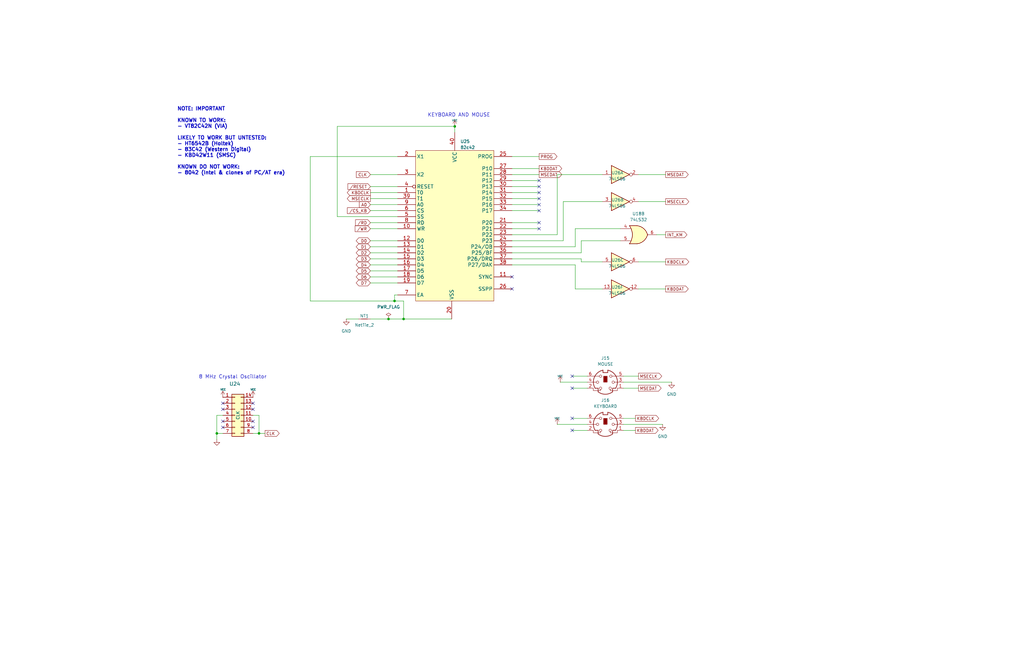
<source format=kicad_sch>
(kicad_sch
	(version 20250114)
	(generator "eeschema")
	(generator_version "9.0")
	(uuid "e907ed5b-6218-408d-936d-47f530fb4bf7")
	(paper "USLedger")
	(title_block
		(title "N8PC")
		(date "2025-11-02")
		(rev "000.8")
		(comment 1 "https://github.com/danwerner21/N8PC")
		(comment 2 "Based on work by Andrew Lynch and John Coffman")
	)
	(lib_symbols
		(symbol "74xx:74LS06N"
			(pin_names
				(offset 1.016)
			)
			(exclude_from_sim no)
			(in_bom yes)
			(on_board yes)
			(property "Reference" "U"
				(at 0 1.27 0)
				(effects
					(font
						(size 1.27 1.27)
					)
				)
			)
			(property "Value" "74LS06N"
				(at 0 -1.27 0)
				(effects
					(font
						(size 1.27 1.27)
					)
				)
			)
			(property "Footprint" ""
				(at 0 0 0)
				(effects
					(font
						(size 1.27 1.27)
					)
					(hide yes)
				)
			)
			(property "Datasheet" "http://www.ti.com/lit/gpn/sn74LS06N"
				(at 0 0 0)
				(effects
					(font
						(size 1.27 1.27)
					)
					(hide yes)
				)
			)
			(property "Description" "Inverter Open Collect"
				(at 0 0 0)
				(effects
					(font
						(size 1.27 1.27)
					)
					(hide yes)
				)
			)
			(property "ki_locked" ""
				(at 0 0 0)
				(effects
					(font
						(size 1.27 1.27)
					)
				)
			)
			(property "ki_keywords" "TTL not inv OpenCol"
				(at 0 0 0)
				(effects
					(font
						(size 1.27 1.27)
					)
					(hide yes)
				)
			)
			(property "ki_fp_filters" "DIP*W7.62mm*"
				(at 0 0 0)
				(effects
					(font
						(size 1.27 1.27)
					)
					(hide yes)
				)
			)
			(symbol "74LS06N_1_0"
				(polyline
					(pts
						(xy -3.81 3.81) (xy -3.81 -3.81) (xy 3.81 0) (xy -3.81 3.81)
					)
					(stroke
						(width 0.254)
						(type default)
					)
					(fill
						(type background)
					)
				)
				(pin input line
					(at -7.62 0 0)
					(length 3.81)
					(name "~"
						(effects
							(font
								(size 1.27 1.27)
							)
						)
					)
					(number "1"
						(effects
							(font
								(size 1.27 1.27)
							)
						)
					)
				)
				(pin open_collector inverted
					(at 7.62 0 180)
					(length 3.81)
					(name "~"
						(effects
							(font
								(size 1.27 1.27)
							)
						)
					)
					(number "2"
						(effects
							(font
								(size 1.27 1.27)
							)
						)
					)
				)
			)
			(symbol "74LS06N_2_0"
				(polyline
					(pts
						(xy -3.81 3.81) (xy -3.81 -3.81) (xy 3.81 0) (xy -3.81 3.81)
					)
					(stroke
						(width 0.254)
						(type default)
					)
					(fill
						(type background)
					)
				)
				(pin input line
					(at -7.62 0 0)
					(length 3.81)
					(name "~"
						(effects
							(font
								(size 1.27 1.27)
							)
						)
					)
					(number "3"
						(effects
							(font
								(size 1.27 1.27)
							)
						)
					)
				)
				(pin open_collector inverted
					(at 7.62 0 180)
					(length 3.81)
					(name "~"
						(effects
							(font
								(size 1.27 1.27)
							)
						)
					)
					(number "4"
						(effects
							(font
								(size 1.27 1.27)
							)
						)
					)
				)
			)
			(symbol "74LS06N_3_0"
				(polyline
					(pts
						(xy -3.81 3.81) (xy -3.81 -3.81) (xy 3.81 0) (xy -3.81 3.81)
					)
					(stroke
						(width 0.254)
						(type default)
					)
					(fill
						(type background)
					)
				)
				(pin input line
					(at -7.62 0 0)
					(length 3.81)
					(name "~"
						(effects
							(font
								(size 1.27 1.27)
							)
						)
					)
					(number "5"
						(effects
							(font
								(size 1.27 1.27)
							)
						)
					)
				)
				(pin open_collector inverted
					(at 7.62 0 180)
					(length 3.81)
					(name "~"
						(effects
							(font
								(size 1.27 1.27)
							)
						)
					)
					(number "6"
						(effects
							(font
								(size 1.27 1.27)
							)
						)
					)
				)
			)
			(symbol "74LS06N_4_0"
				(polyline
					(pts
						(xy -3.81 3.81) (xy -3.81 -3.81) (xy 3.81 0) (xy -3.81 3.81)
					)
					(stroke
						(width 0.254)
						(type default)
					)
					(fill
						(type background)
					)
				)
				(pin input line
					(at -7.62 0 0)
					(length 3.81)
					(name "~"
						(effects
							(font
								(size 1.27 1.27)
							)
						)
					)
					(number "9"
						(effects
							(font
								(size 1.27 1.27)
							)
						)
					)
				)
				(pin open_collector inverted
					(at 7.62 0 180)
					(length 3.81)
					(name "~"
						(effects
							(font
								(size 1.27 1.27)
							)
						)
					)
					(number "8"
						(effects
							(font
								(size 1.27 1.27)
							)
						)
					)
				)
			)
			(symbol "74LS06N_5_0"
				(polyline
					(pts
						(xy -3.81 3.81) (xy -3.81 -3.81) (xy 3.81 0) (xy -3.81 3.81)
					)
					(stroke
						(width 0.254)
						(type default)
					)
					(fill
						(type background)
					)
				)
				(pin input line
					(at -7.62 0 0)
					(length 3.81)
					(name "~"
						(effects
							(font
								(size 1.27 1.27)
							)
						)
					)
					(number "11"
						(effects
							(font
								(size 1.27 1.27)
							)
						)
					)
				)
				(pin open_collector inverted
					(at 7.62 0 180)
					(length 3.81)
					(name "~"
						(effects
							(font
								(size 1.27 1.27)
							)
						)
					)
					(number "10"
						(effects
							(font
								(size 1.27 1.27)
							)
						)
					)
				)
			)
			(symbol "74LS06N_6_0"
				(polyline
					(pts
						(xy -3.81 3.81) (xy -3.81 -3.81) (xy 3.81 0) (xy -3.81 3.81)
					)
					(stroke
						(width 0.254)
						(type default)
					)
					(fill
						(type background)
					)
				)
				(pin input line
					(at -7.62 0 0)
					(length 3.81)
					(name "~"
						(effects
							(font
								(size 1.27 1.27)
							)
						)
					)
					(number "13"
						(effects
							(font
								(size 1.27 1.27)
							)
						)
					)
				)
				(pin open_collector inverted
					(at 7.62 0 180)
					(length 3.81)
					(name "~"
						(effects
							(font
								(size 1.27 1.27)
							)
						)
					)
					(number "12"
						(effects
							(font
								(size 1.27 1.27)
							)
						)
					)
				)
			)
			(symbol "74LS06N_7_0"
				(pin power_in line
					(at 0 12.7 270)
					(length 5.08)
					(name "VCC"
						(effects
							(font
								(size 1.27 1.27)
							)
						)
					)
					(number "14"
						(effects
							(font
								(size 1.27 1.27)
							)
						)
					)
				)
				(pin power_in line
					(at 0 -12.7 90)
					(length 5.08)
					(name "GND"
						(effects
							(font
								(size 1.27 1.27)
							)
						)
					)
					(number "7"
						(effects
							(font
								(size 1.27 1.27)
							)
						)
					)
				)
			)
			(symbol "74LS06N_7_1"
				(rectangle
					(start -5.08 7.62)
					(end 5.08 -7.62)
					(stroke
						(width 0.254)
						(type default)
					)
					(fill
						(type background)
					)
				)
			)
			(embedded_fonts no)
		)
		(symbol "74xx:74LS32"
			(pin_names
				(offset 1.016)
			)
			(exclude_from_sim no)
			(in_bom yes)
			(on_board yes)
			(property "Reference" "U"
				(at 0 1.27 0)
				(effects
					(font
						(size 1.27 1.27)
					)
				)
			)
			(property "Value" "74LS32"
				(at 0 -1.27 0)
				(effects
					(font
						(size 1.27 1.27)
					)
				)
			)
			(property "Footprint" ""
				(at 0 0 0)
				(effects
					(font
						(size 1.27 1.27)
					)
					(hide yes)
				)
			)
			(property "Datasheet" "http://www.ti.com/lit/gpn/sn74LS32"
				(at 0 0 0)
				(effects
					(font
						(size 1.27 1.27)
					)
					(hide yes)
				)
			)
			(property "Description" "Quad 2-input OR"
				(at 0 0 0)
				(effects
					(font
						(size 1.27 1.27)
					)
					(hide yes)
				)
			)
			(property "ki_locked" ""
				(at 0 0 0)
				(effects
					(font
						(size 1.27 1.27)
					)
				)
			)
			(property "ki_keywords" "TTL Or2"
				(at 0 0 0)
				(effects
					(font
						(size 1.27 1.27)
					)
					(hide yes)
				)
			)
			(property "ki_fp_filters" "DIP?14*"
				(at 0 0 0)
				(effects
					(font
						(size 1.27 1.27)
					)
					(hide yes)
				)
			)
			(symbol "74LS32_1_1"
				(arc
					(start -3.81 3.81)
					(mid -2.589 0)
					(end -3.81 -3.81)
					(stroke
						(width 0.254)
						(type default)
					)
					(fill
						(type none)
					)
				)
				(polyline
					(pts
						(xy -3.81 3.81) (xy -0.635 3.81)
					)
					(stroke
						(width 0.254)
						(type default)
					)
					(fill
						(type background)
					)
				)
				(polyline
					(pts
						(xy -3.81 -3.81) (xy -0.635 -3.81)
					)
					(stroke
						(width 0.254)
						(type default)
					)
					(fill
						(type background)
					)
				)
				(arc
					(start 3.81 0)
					(mid 2.1855 -2.584)
					(end -0.6096 -3.81)
					(stroke
						(width 0.254)
						(type default)
					)
					(fill
						(type background)
					)
				)
				(arc
					(start -0.6096 3.81)
					(mid 2.1928 2.5924)
					(end 3.81 0)
					(stroke
						(width 0.254)
						(type default)
					)
					(fill
						(type background)
					)
				)
				(polyline
					(pts
						(xy -0.635 3.81) (xy -3.81 3.81) (xy -3.81 3.81) (xy -3.556 3.4036) (xy -3.0226 2.2606) (xy -2.6924 1.0414)
						(xy -2.6162 -0.254) (xy -2.7686 -1.4986) (xy -3.175 -2.7178) (xy -3.81 -3.81) (xy -3.81 -3.81)
						(xy -0.635 -3.81)
					)
					(stroke
						(width -25.4)
						(type default)
					)
					(fill
						(type background)
					)
				)
				(pin input line
					(at -7.62 2.54 0)
					(length 4.318)
					(name "~"
						(effects
							(font
								(size 1.27 1.27)
							)
						)
					)
					(number "1"
						(effects
							(font
								(size 1.27 1.27)
							)
						)
					)
				)
				(pin input line
					(at -7.62 -2.54 0)
					(length 4.318)
					(name "~"
						(effects
							(font
								(size 1.27 1.27)
							)
						)
					)
					(number "2"
						(effects
							(font
								(size 1.27 1.27)
							)
						)
					)
				)
				(pin output line
					(at 7.62 0 180)
					(length 3.81)
					(name "~"
						(effects
							(font
								(size 1.27 1.27)
							)
						)
					)
					(number "3"
						(effects
							(font
								(size 1.27 1.27)
							)
						)
					)
				)
			)
			(symbol "74LS32_1_2"
				(arc
					(start 0 3.81)
					(mid 3.7934 0)
					(end 0 -3.81)
					(stroke
						(width 0.254)
						(type default)
					)
					(fill
						(type background)
					)
				)
				(polyline
					(pts
						(xy 0 3.81) (xy -3.81 3.81) (xy -3.81 -3.81) (xy 0 -3.81)
					)
					(stroke
						(width 0.254)
						(type default)
					)
					(fill
						(type background)
					)
				)
				(pin input inverted
					(at -7.62 2.54 0)
					(length 3.81)
					(name "~"
						(effects
							(font
								(size 1.27 1.27)
							)
						)
					)
					(number "1"
						(effects
							(font
								(size 1.27 1.27)
							)
						)
					)
				)
				(pin input inverted
					(at -7.62 -2.54 0)
					(length 3.81)
					(name "~"
						(effects
							(font
								(size 1.27 1.27)
							)
						)
					)
					(number "2"
						(effects
							(font
								(size 1.27 1.27)
							)
						)
					)
				)
				(pin output inverted
					(at 7.62 0 180)
					(length 3.81)
					(name "~"
						(effects
							(font
								(size 1.27 1.27)
							)
						)
					)
					(number "3"
						(effects
							(font
								(size 1.27 1.27)
							)
						)
					)
				)
			)
			(symbol "74LS32_2_1"
				(arc
					(start -3.81 3.81)
					(mid -2.589 0)
					(end -3.81 -3.81)
					(stroke
						(width 0.254)
						(type default)
					)
					(fill
						(type none)
					)
				)
				(polyline
					(pts
						(xy -3.81 3.81) (xy -0.635 3.81)
					)
					(stroke
						(width 0.254)
						(type default)
					)
					(fill
						(type background)
					)
				)
				(polyline
					(pts
						(xy -3.81 -3.81) (xy -0.635 -3.81)
					)
					(stroke
						(width 0.254)
						(type default)
					)
					(fill
						(type background)
					)
				)
				(arc
					(start 3.81 0)
					(mid 2.1855 -2.584)
					(end -0.6096 -3.81)
					(stroke
						(width 0.254)
						(type default)
					)
					(fill
						(type background)
					)
				)
				(arc
					(start -0.6096 3.81)
					(mid 2.1928 2.5924)
					(end 3.81 0)
					(stroke
						(width 0.254)
						(type default)
					)
					(fill
						(type background)
					)
				)
				(polyline
					(pts
						(xy -0.635 3.81) (xy -3.81 3.81) (xy -3.81 3.81) (xy -3.556 3.4036) (xy -3.0226 2.2606) (xy -2.6924 1.0414)
						(xy -2.6162 -0.254) (xy -2.7686 -1.4986) (xy -3.175 -2.7178) (xy -3.81 -3.81) (xy -3.81 -3.81)
						(xy -0.635 -3.81)
					)
					(stroke
						(width -25.4)
						(type default)
					)
					(fill
						(type background)
					)
				)
				(pin input line
					(at -7.62 2.54 0)
					(length 4.318)
					(name "~"
						(effects
							(font
								(size 1.27 1.27)
							)
						)
					)
					(number "4"
						(effects
							(font
								(size 1.27 1.27)
							)
						)
					)
				)
				(pin input line
					(at -7.62 -2.54 0)
					(length 4.318)
					(name "~"
						(effects
							(font
								(size 1.27 1.27)
							)
						)
					)
					(number "5"
						(effects
							(font
								(size 1.27 1.27)
							)
						)
					)
				)
				(pin output line
					(at 7.62 0 180)
					(length 3.81)
					(name "~"
						(effects
							(font
								(size 1.27 1.27)
							)
						)
					)
					(number "6"
						(effects
							(font
								(size 1.27 1.27)
							)
						)
					)
				)
			)
			(symbol "74LS32_2_2"
				(arc
					(start 0 3.81)
					(mid 3.7934 0)
					(end 0 -3.81)
					(stroke
						(width 0.254)
						(type default)
					)
					(fill
						(type background)
					)
				)
				(polyline
					(pts
						(xy 0 3.81) (xy -3.81 3.81) (xy -3.81 -3.81) (xy 0 -3.81)
					)
					(stroke
						(width 0.254)
						(type default)
					)
					(fill
						(type background)
					)
				)
				(pin input inverted
					(at -7.62 2.54 0)
					(length 3.81)
					(name "~"
						(effects
							(font
								(size 1.27 1.27)
							)
						)
					)
					(number "4"
						(effects
							(font
								(size 1.27 1.27)
							)
						)
					)
				)
				(pin input inverted
					(at -7.62 -2.54 0)
					(length 3.81)
					(name "~"
						(effects
							(font
								(size 1.27 1.27)
							)
						)
					)
					(number "5"
						(effects
							(font
								(size 1.27 1.27)
							)
						)
					)
				)
				(pin output inverted
					(at 7.62 0 180)
					(length 3.81)
					(name "~"
						(effects
							(font
								(size 1.27 1.27)
							)
						)
					)
					(number "6"
						(effects
							(font
								(size 1.27 1.27)
							)
						)
					)
				)
			)
			(symbol "74LS32_3_1"
				(arc
					(start -3.81 3.81)
					(mid -2.589 0)
					(end -3.81 -3.81)
					(stroke
						(width 0.254)
						(type default)
					)
					(fill
						(type none)
					)
				)
				(polyline
					(pts
						(xy -3.81 3.81) (xy -0.635 3.81)
					)
					(stroke
						(width 0.254)
						(type default)
					)
					(fill
						(type background)
					)
				)
				(polyline
					(pts
						(xy -3.81 -3.81) (xy -0.635 -3.81)
					)
					(stroke
						(width 0.254)
						(type default)
					)
					(fill
						(type background)
					)
				)
				(arc
					(start 3.81 0)
					(mid 2.1855 -2.584)
					(end -0.6096 -3.81)
					(stroke
						(width 0.254)
						(type default)
					)
					(fill
						(type background)
					)
				)
				(arc
					(start -0.6096 3.81)
					(mid 2.1928 2.5924)
					(end 3.81 0)
					(stroke
						(width 0.254)
						(type default)
					)
					(fill
						(type background)
					)
				)
				(polyline
					(pts
						(xy -0.635 3.81) (xy -3.81 3.81) (xy -3.81 3.81) (xy -3.556 3.4036) (xy -3.0226 2.2606) (xy -2.6924 1.0414)
						(xy -2.6162 -0.254) (xy -2.7686 -1.4986) (xy -3.175 -2.7178) (xy -3.81 -3.81) (xy -3.81 -3.81)
						(xy -0.635 -3.81)
					)
					(stroke
						(width -25.4)
						(type default)
					)
					(fill
						(type background)
					)
				)
				(pin input line
					(at -7.62 2.54 0)
					(length 4.318)
					(name "~"
						(effects
							(font
								(size 1.27 1.27)
							)
						)
					)
					(number "9"
						(effects
							(font
								(size 1.27 1.27)
							)
						)
					)
				)
				(pin input line
					(at -7.62 -2.54 0)
					(length 4.318)
					(name "~"
						(effects
							(font
								(size 1.27 1.27)
							)
						)
					)
					(number "10"
						(effects
							(font
								(size 1.27 1.27)
							)
						)
					)
				)
				(pin output line
					(at 7.62 0 180)
					(length 3.81)
					(name "~"
						(effects
							(font
								(size 1.27 1.27)
							)
						)
					)
					(number "8"
						(effects
							(font
								(size 1.27 1.27)
							)
						)
					)
				)
			)
			(symbol "74LS32_3_2"
				(arc
					(start 0 3.81)
					(mid 3.7934 0)
					(end 0 -3.81)
					(stroke
						(width 0.254)
						(type default)
					)
					(fill
						(type background)
					)
				)
				(polyline
					(pts
						(xy 0 3.81) (xy -3.81 3.81) (xy -3.81 -3.81) (xy 0 -3.81)
					)
					(stroke
						(width 0.254)
						(type default)
					)
					(fill
						(type background)
					)
				)
				(pin input inverted
					(at -7.62 2.54 0)
					(length 3.81)
					(name "~"
						(effects
							(font
								(size 1.27 1.27)
							)
						)
					)
					(number "9"
						(effects
							(font
								(size 1.27 1.27)
							)
						)
					)
				)
				(pin input inverted
					(at -7.62 -2.54 0)
					(length 3.81)
					(name "~"
						(effects
							(font
								(size 1.27 1.27)
							)
						)
					)
					(number "10"
						(effects
							(font
								(size 1.27 1.27)
							)
						)
					)
				)
				(pin output inverted
					(at 7.62 0 180)
					(length 3.81)
					(name "~"
						(effects
							(font
								(size 1.27 1.27)
							)
						)
					)
					(number "8"
						(effects
							(font
								(size 1.27 1.27)
							)
						)
					)
				)
			)
			(symbol "74LS32_4_1"
				(arc
					(start -3.81 3.81)
					(mid -2.589 0)
					(end -3.81 -3.81)
					(stroke
						(width 0.254)
						(type default)
					)
					(fill
						(type none)
					)
				)
				(polyline
					(pts
						(xy -3.81 3.81) (xy -0.635 3.81)
					)
					(stroke
						(width 0.254)
						(type default)
					)
					(fill
						(type background)
					)
				)
				(polyline
					(pts
						(xy -3.81 -3.81) (xy -0.635 -3.81)
					)
					(stroke
						(width 0.254)
						(type default)
					)
					(fill
						(type background)
					)
				)
				(arc
					(start 3.81 0)
					(mid 2.1855 -2.584)
					(end -0.6096 -3.81)
					(stroke
						(width 0.254)
						(type default)
					)
					(fill
						(type background)
					)
				)
				(arc
					(start -0.6096 3.81)
					(mid 2.1928 2.5924)
					(end 3.81 0)
					(stroke
						(width 0.254)
						(type default)
					)
					(fill
						(type background)
					)
				)
				(polyline
					(pts
						(xy -0.635 3.81) (xy -3.81 3.81) (xy -3.81 3.81) (xy -3.556 3.4036) (xy -3.0226 2.2606) (xy -2.6924 1.0414)
						(xy -2.6162 -0.254) (xy -2.7686 -1.4986) (xy -3.175 -2.7178) (xy -3.81 -3.81) (xy -3.81 -3.81)
						(xy -0.635 -3.81)
					)
					(stroke
						(width -25.4)
						(type default)
					)
					(fill
						(type background)
					)
				)
				(pin input line
					(at -7.62 2.54 0)
					(length 4.318)
					(name "~"
						(effects
							(font
								(size 1.27 1.27)
							)
						)
					)
					(number "12"
						(effects
							(font
								(size 1.27 1.27)
							)
						)
					)
				)
				(pin input line
					(at -7.62 -2.54 0)
					(length 4.318)
					(name "~"
						(effects
							(font
								(size 1.27 1.27)
							)
						)
					)
					(number "13"
						(effects
							(font
								(size 1.27 1.27)
							)
						)
					)
				)
				(pin output line
					(at 7.62 0 180)
					(length 3.81)
					(name "~"
						(effects
							(font
								(size 1.27 1.27)
							)
						)
					)
					(number "11"
						(effects
							(font
								(size 1.27 1.27)
							)
						)
					)
				)
			)
			(symbol "74LS32_4_2"
				(arc
					(start 0 3.81)
					(mid 3.7934 0)
					(end 0 -3.81)
					(stroke
						(width 0.254)
						(type default)
					)
					(fill
						(type background)
					)
				)
				(polyline
					(pts
						(xy 0 3.81) (xy -3.81 3.81) (xy -3.81 -3.81) (xy 0 -3.81)
					)
					(stroke
						(width 0.254)
						(type default)
					)
					(fill
						(type background)
					)
				)
				(pin input inverted
					(at -7.62 2.54 0)
					(length 3.81)
					(name "~"
						(effects
							(font
								(size 1.27 1.27)
							)
						)
					)
					(number "12"
						(effects
							(font
								(size 1.27 1.27)
							)
						)
					)
				)
				(pin input inverted
					(at -7.62 -2.54 0)
					(length 3.81)
					(name "~"
						(effects
							(font
								(size 1.27 1.27)
							)
						)
					)
					(number "13"
						(effects
							(font
								(size 1.27 1.27)
							)
						)
					)
				)
				(pin output inverted
					(at 7.62 0 180)
					(length 3.81)
					(name "~"
						(effects
							(font
								(size 1.27 1.27)
							)
						)
					)
					(number "11"
						(effects
							(font
								(size 1.27 1.27)
							)
						)
					)
				)
			)
			(symbol "74LS32_5_0"
				(pin power_in line
					(at 0 12.7 270)
					(length 5.08)
					(name "VCC"
						(effects
							(font
								(size 1.27 1.27)
							)
						)
					)
					(number "14"
						(effects
							(font
								(size 1.27 1.27)
							)
						)
					)
				)
				(pin power_in line
					(at 0 -12.7 90)
					(length 5.08)
					(name "GND"
						(effects
							(font
								(size 1.27 1.27)
							)
						)
					)
					(number "7"
						(effects
							(font
								(size 1.27 1.27)
							)
						)
					)
				)
			)
			(symbol "74LS32_5_1"
				(rectangle
					(start -5.08 7.62)
					(end 5.08 -7.62)
					(stroke
						(width 0.254)
						(type default)
					)
					(fill
						(type background)
					)
				)
			)
			(embedded_fonts no)
		)
		(symbol "Connector:Mini-DIN-6"
			(pin_names
				(offset 1.016)
			)
			(exclude_from_sim no)
			(in_bom yes)
			(on_board yes)
			(property "Reference" "J"
				(at 0 6.35 0)
				(effects
					(font
						(size 1.27 1.27)
					)
				)
			)
			(property "Value" "Mini-DIN-6"
				(at 0 -6.35 0)
				(effects
					(font
						(size 1.27 1.27)
					)
				)
			)
			(property "Footprint" ""
				(at 0 0 0)
				(effects
					(font
						(size 1.27 1.27)
					)
					(hide yes)
				)
			)
			(property "Datasheet" "http://service.powerdynamics.com/ec/Catalog17/Section%2011.pdf"
				(at 0 0 0)
				(effects
					(font
						(size 1.27 1.27)
					)
					(hide yes)
				)
			)
			(property "Description" "6-pin Mini-DIN connector"
				(at 0 0 0)
				(effects
					(font
						(size 1.27 1.27)
					)
					(hide yes)
				)
			)
			(property "ki_keywords" "Mini-DIN"
				(at 0 0 0)
				(effects
					(font
						(size 1.27 1.27)
					)
					(hide yes)
				)
			)
			(property "ki_fp_filters" "MINI?DIN*"
				(at 0 0 0)
				(effects
					(font
						(size 1.27 1.27)
					)
					(hide yes)
				)
			)
			(symbol "Mini-DIN-6_0_1"
				(polyline
					(pts
						(xy -4.318 -2.54) (xy -3.048 -2.54) (xy -3.048 -4.064)
					)
					(stroke
						(width 0.254)
						(type default)
					)
					(fill
						(type none)
					)
				)
				(polyline
					(pts
						(xy -3.81 0) (xy -5.08 0)
					)
					(stroke
						(width 0)
						(type default)
					)
					(fill
						(type none)
					)
				)
				(circle
					(center -3.302 0)
					(radius 0.508)
					(stroke
						(width 0)
						(type default)
					)
					(fill
						(type none)
					)
				)
				(polyline
					(pts
						(xy -2.54 2.54) (xy -5.08 2.54)
					)
					(stroke
						(width 0)
						(type default)
					)
					(fill
						(type none)
					)
				)
				(circle
					(center -2.032 2.54)
					(radius 0.508)
					(stroke
						(width 0)
						(type default)
					)
					(fill
						(type none)
					)
				)
				(circle
					(center -2.032 -2.54)
					(radius 0.508)
					(stroke
						(width 0)
						(type default)
					)
					(fill
						(type none)
					)
				)
				(polyline
					(pts
						(xy -2.032 -3.048) (xy -2.032 -3.556) (xy -5.08 -3.556) (xy -5.08 -2.54)
					)
					(stroke
						(width 0)
						(type default)
					)
					(fill
						(type none)
					)
				)
				(polyline
					(pts
						(xy -1.016 5.08) (xy -1.016 4.064) (xy 1.016 4.064) (xy 1.016 5.08)
					)
					(stroke
						(width 0.254)
						(type default)
					)
					(fill
						(type none)
					)
				)
				(rectangle
					(start -0.762 2.54)
					(end 0.762 0)
					(stroke
						(width 0)
						(type default)
					)
					(fill
						(type outline)
					)
				)
				(arc
					(start 3.048 -4.064)
					(mid 0 -5.08)
					(end -3.048 -4.064)
					(stroke
						(width 0.254)
						(type default)
					)
					(fill
						(type none)
					)
				)
				(arc
					(start 1.016 5.08)
					(mid 4.6646 2.1356)
					(end 4.318 -2.54)
					(stroke
						(width 0.254)
						(type default)
					)
					(fill
						(type none)
					)
				)
				(arc
					(start -4.318 -2.54)
					(mid -4.6241 2.1181)
					(end -1.016 5.08)
					(stroke
						(width 0.254)
						(type default)
					)
					(fill
						(type none)
					)
				)
				(circle
					(center 2.032 -2.54)
					(radius 0.508)
					(stroke
						(width 0)
						(type default)
					)
					(fill
						(type none)
					)
				)
				(polyline
					(pts
						(xy 2.032 -3.048) (xy 2.032 -3.556) (xy 5.08 -3.556) (xy 5.08 -2.54)
					)
					(stroke
						(width 0)
						(type default)
					)
					(fill
						(type none)
					)
				)
				(circle
					(center 2.286 2.54)
					(radius 0.508)
					(stroke
						(width 0)
						(type default)
					)
					(fill
						(type none)
					)
				)
				(polyline
					(pts
						(xy 2.794 2.54) (xy 5.08 2.54)
					)
					(stroke
						(width 0)
						(type default)
					)
					(fill
						(type none)
					)
				)
				(circle
					(center 3.302 0)
					(radius 0.508)
					(stroke
						(width 0)
						(type default)
					)
					(fill
						(type none)
					)
				)
				(polyline
					(pts
						(xy 4.318 -2.54) (xy 3.048 -2.54) (xy 3.048 -4.064)
					)
					(stroke
						(width 0.254)
						(type default)
					)
					(fill
						(type none)
					)
				)
				(polyline
					(pts
						(xy 5.08 0) (xy 3.81 0)
					)
					(stroke
						(width 0)
						(type default)
					)
					(fill
						(type none)
					)
				)
			)
			(symbol "Mini-DIN-6_1_1"
				(pin passive line
					(at -7.62 2.54 0)
					(length 2.54)
					(name "~"
						(effects
							(font
								(size 1.27 1.27)
							)
						)
					)
					(number "6"
						(effects
							(font
								(size 1.27 1.27)
							)
						)
					)
				)
				(pin passive line
					(at -7.62 0 0)
					(length 2.54)
					(name "~"
						(effects
							(font
								(size 1.27 1.27)
							)
						)
					)
					(number "4"
						(effects
							(font
								(size 1.27 1.27)
							)
						)
					)
				)
				(pin passive line
					(at -7.62 -2.54 0)
					(length 2.54)
					(name "~"
						(effects
							(font
								(size 1.27 1.27)
							)
						)
					)
					(number "2"
						(effects
							(font
								(size 1.27 1.27)
							)
						)
					)
				)
				(pin passive line
					(at 7.62 2.54 180)
					(length 2.54)
					(name "~"
						(effects
							(font
								(size 1.27 1.27)
							)
						)
					)
					(number "5"
						(effects
							(font
								(size 1.27 1.27)
							)
						)
					)
				)
				(pin passive line
					(at 7.62 0 180)
					(length 2.54)
					(name "~"
						(effects
							(font
								(size 1.27 1.27)
							)
						)
					)
					(number "3"
						(effects
							(font
								(size 1.27 1.27)
							)
						)
					)
				)
				(pin passive line
					(at 7.62 -2.54 180)
					(length 2.54)
					(name "~"
						(effects
							(font
								(size 1.27 1.27)
							)
						)
					)
					(number "1"
						(effects
							(font
								(size 1.27 1.27)
							)
						)
					)
				)
			)
			(embedded_fonts no)
		)
		(symbol "Connector_Generic:Conn_02x07_Counter_Clockwise"
			(pin_names
				(offset 1.016)
				(hide yes)
			)
			(exclude_from_sim no)
			(in_bom yes)
			(on_board yes)
			(property "Reference" "J"
				(at 1.27 10.16 0)
				(effects
					(font
						(size 1.27 1.27)
					)
				)
			)
			(property "Value" "Conn_02x07_Counter_Clockwise"
				(at 1.27 -10.16 0)
				(effects
					(font
						(size 1.27 1.27)
					)
				)
			)
			(property "Footprint" ""
				(at 0 0 0)
				(effects
					(font
						(size 1.27 1.27)
					)
					(hide yes)
				)
			)
			(property "Datasheet" "~"
				(at 0 0 0)
				(effects
					(font
						(size 1.27 1.27)
					)
					(hide yes)
				)
			)
			(property "Description" "Generic connector, double row, 02x07, counter clockwise pin numbering scheme (similar to DIP package numbering), script generated (kicad-library-utils/schlib/autogen/connector/)"
				(at 0 0 0)
				(effects
					(font
						(size 1.27 1.27)
					)
					(hide yes)
				)
			)
			(property "ki_keywords" "connector"
				(at 0 0 0)
				(effects
					(font
						(size 1.27 1.27)
					)
					(hide yes)
				)
			)
			(property "ki_fp_filters" "Connector*:*_2x??_*"
				(at 0 0 0)
				(effects
					(font
						(size 1.27 1.27)
					)
					(hide yes)
				)
			)
			(symbol "Conn_02x07_Counter_Clockwise_1_1"
				(rectangle
					(start -1.27 8.89)
					(end 3.81 -8.89)
					(stroke
						(width 0.254)
						(type default)
					)
					(fill
						(type background)
					)
				)
				(rectangle
					(start -1.27 7.747)
					(end 0 7.493)
					(stroke
						(width 0.1524)
						(type default)
					)
					(fill
						(type none)
					)
				)
				(rectangle
					(start -1.27 5.207)
					(end 0 4.953)
					(stroke
						(width 0.1524)
						(type default)
					)
					(fill
						(type none)
					)
				)
				(rectangle
					(start -1.27 2.667)
					(end 0 2.413)
					(stroke
						(width 0.1524)
						(type default)
					)
					(fill
						(type none)
					)
				)
				(rectangle
					(start -1.27 0.127)
					(end 0 -0.127)
					(stroke
						(width 0.1524)
						(type default)
					)
					(fill
						(type none)
					)
				)
				(rectangle
					(start -1.27 -2.413)
					(end 0 -2.667)
					(stroke
						(width 0.1524)
						(type default)
					)
					(fill
						(type none)
					)
				)
				(rectangle
					(start -1.27 -4.953)
					(end 0 -5.207)
					(stroke
						(width 0.1524)
						(type default)
					)
					(fill
						(type none)
					)
				)
				(rectangle
					(start -1.27 -7.493)
					(end 0 -7.747)
					(stroke
						(width 0.1524)
						(type default)
					)
					(fill
						(type none)
					)
				)
				(rectangle
					(start 3.81 7.747)
					(end 2.54 7.493)
					(stroke
						(width 0.1524)
						(type default)
					)
					(fill
						(type none)
					)
				)
				(rectangle
					(start 3.81 5.207)
					(end 2.54 4.953)
					(stroke
						(width 0.1524)
						(type default)
					)
					(fill
						(type none)
					)
				)
				(rectangle
					(start 3.81 2.667)
					(end 2.54 2.413)
					(stroke
						(width 0.1524)
						(type default)
					)
					(fill
						(type none)
					)
				)
				(rectangle
					(start 3.81 0.127)
					(end 2.54 -0.127)
					(stroke
						(width 0.1524)
						(type default)
					)
					(fill
						(type none)
					)
				)
				(rectangle
					(start 3.81 -2.413)
					(end 2.54 -2.667)
					(stroke
						(width 0.1524)
						(type default)
					)
					(fill
						(type none)
					)
				)
				(rectangle
					(start 3.81 -4.953)
					(end 2.54 -5.207)
					(stroke
						(width 0.1524)
						(type default)
					)
					(fill
						(type none)
					)
				)
				(rectangle
					(start 3.81 -7.493)
					(end 2.54 -7.747)
					(stroke
						(width 0.1524)
						(type default)
					)
					(fill
						(type none)
					)
				)
				(pin passive line
					(at -5.08 7.62 0)
					(length 3.81)
					(name "Pin_1"
						(effects
							(font
								(size 1.27 1.27)
							)
						)
					)
					(number "1"
						(effects
							(font
								(size 1.27 1.27)
							)
						)
					)
				)
				(pin passive line
					(at -5.08 5.08 0)
					(length 3.81)
					(name "Pin_2"
						(effects
							(font
								(size 1.27 1.27)
							)
						)
					)
					(number "2"
						(effects
							(font
								(size 1.27 1.27)
							)
						)
					)
				)
				(pin passive line
					(at -5.08 2.54 0)
					(length 3.81)
					(name "Pin_3"
						(effects
							(font
								(size 1.27 1.27)
							)
						)
					)
					(number "3"
						(effects
							(font
								(size 1.27 1.27)
							)
						)
					)
				)
				(pin passive line
					(at -5.08 0 0)
					(length 3.81)
					(name "Pin_4"
						(effects
							(font
								(size 1.27 1.27)
							)
						)
					)
					(number "4"
						(effects
							(font
								(size 1.27 1.27)
							)
						)
					)
				)
				(pin passive line
					(at -5.08 -2.54 0)
					(length 3.81)
					(name "Pin_5"
						(effects
							(font
								(size 1.27 1.27)
							)
						)
					)
					(number "5"
						(effects
							(font
								(size 1.27 1.27)
							)
						)
					)
				)
				(pin passive line
					(at -5.08 -5.08 0)
					(length 3.81)
					(name "Pin_6"
						(effects
							(font
								(size 1.27 1.27)
							)
						)
					)
					(number "6"
						(effects
							(font
								(size 1.27 1.27)
							)
						)
					)
				)
				(pin passive line
					(at -5.08 -7.62 0)
					(length 3.81)
					(name "Pin_7"
						(effects
							(font
								(size 1.27 1.27)
							)
						)
					)
					(number "7"
						(effects
							(font
								(size 1.27 1.27)
							)
						)
					)
				)
				(pin passive line
					(at 7.62 7.62 180)
					(length 3.81)
					(name "Pin_14"
						(effects
							(font
								(size 1.27 1.27)
							)
						)
					)
					(number "14"
						(effects
							(font
								(size 1.27 1.27)
							)
						)
					)
				)
				(pin passive line
					(at 7.62 5.08 180)
					(length 3.81)
					(name "Pin_13"
						(effects
							(font
								(size 1.27 1.27)
							)
						)
					)
					(number "13"
						(effects
							(font
								(size 1.27 1.27)
							)
						)
					)
				)
				(pin passive line
					(at 7.62 2.54 180)
					(length 3.81)
					(name "Pin_12"
						(effects
							(font
								(size 1.27 1.27)
							)
						)
					)
					(number "12"
						(effects
							(font
								(size 1.27 1.27)
							)
						)
					)
				)
				(pin passive line
					(at 7.62 0 180)
					(length 3.81)
					(name "Pin_11"
						(effects
							(font
								(size 1.27 1.27)
							)
						)
					)
					(number "11"
						(effects
							(font
								(size 1.27 1.27)
							)
						)
					)
				)
				(pin passive line
					(at 7.62 -2.54 180)
					(length 3.81)
					(name "Pin_10"
						(effects
							(font
								(size 1.27 1.27)
							)
						)
					)
					(number "10"
						(effects
							(font
								(size 1.27 1.27)
							)
						)
					)
				)
				(pin passive line
					(at 7.62 -5.08 180)
					(length 3.81)
					(name "Pin_9"
						(effects
							(font
								(size 1.27 1.27)
							)
						)
					)
					(number "9"
						(effects
							(font
								(size 1.27 1.27)
							)
						)
					)
				)
				(pin passive line
					(at 7.62 -7.62 180)
					(length 3.81)
					(name "Pin_8"
						(effects
							(font
								(size 1.27 1.27)
							)
						)
					)
					(number "8"
						(effects
							(font
								(size 1.27 1.27)
							)
						)
					)
				)
			)
			(embedded_fonts no)
		)
		(symbol "Custom:VT82C42"
			(exclude_from_sim no)
			(in_bom yes)
			(on_board yes)
			(property "Reference" "U"
				(at 0 0 0)
				(effects
					(font
						(size 1.27 1.27)
					)
				)
			)
			(property "Value" ""
				(at 0 0 0)
				(effects
					(font
						(size 1.27 1.27)
					)
				)
			)
			(property "Footprint" ""
				(at 0 0 0)
				(effects
					(font
						(size 1.27 1.27)
					)
					(hide yes)
				)
			)
			(property "Datasheet" ""
				(at 0 0 0)
				(effects
					(font
						(size 1.27 1.27)
					)
					(hide yes)
				)
			)
			(property "Description" ""
				(at 0 0 0)
				(effects
					(font
						(size 1.27 1.27)
					)
					(hide yes)
				)
			)
			(symbol "VT82C42_0_1"
				(rectangle
					(start -15.24 31.75)
					(end 17.78 -31.75)
					(stroke
						(width 0)
						(type default)
					)
					(fill
						(type background)
					)
				)
			)
			(symbol "VT82C42_1_1"
				(pin input line
					(at -22.86 29.21 0)
					(length 7.62)
					(name "X1"
						(effects
							(font
								(size 1.524 1.524)
							)
						)
					)
					(number "2"
						(effects
							(font
								(size 1.524 1.524)
							)
						)
					)
				)
				(pin input line
					(at -22.86 21.59 0)
					(length 7.62)
					(name "X2"
						(effects
							(font
								(size 1.524 1.524)
							)
						)
					)
					(number "3"
						(effects
							(font
								(size 1.524 1.524)
							)
						)
					)
				)
				(pin input inverted
					(at -22.86 16.51 0)
					(length 7.62)
					(name "RESET"
						(effects
							(font
								(size 1.524 1.524)
							)
						)
					)
					(number "4"
						(effects
							(font
								(size 1.524 1.524)
							)
						)
					)
				)
				(pin input line
					(at -22.86 13.97 0)
					(length 7.62)
					(name "T0"
						(effects
							(font
								(size 1.524 1.524)
							)
						)
					)
					(number "1"
						(effects
							(font
								(size 1.524 1.524)
							)
						)
					)
				)
				(pin input line
					(at -22.86 11.43 0)
					(length 7.62)
					(name "T1"
						(effects
							(font
								(size 1.524 1.524)
							)
						)
					)
					(number "39"
						(effects
							(font
								(size 1.524 1.524)
							)
						)
					)
				)
				(pin input line
					(at -22.86 8.89 0)
					(length 7.62)
					(name "A0"
						(effects
							(font
								(size 1.524 1.524)
							)
						)
					)
					(number "9"
						(effects
							(font
								(size 1.524 1.524)
							)
						)
					)
				)
				(pin input line
					(at -22.86 6.35 0)
					(length 7.62)
					(name "CS"
						(effects
							(font
								(size 1.524 1.524)
							)
						)
					)
					(number "6"
						(effects
							(font
								(size 1.524 1.524)
							)
						)
					)
				)
				(pin input line
					(at -22.86 3.81 0)
					(length 7.62)
					(name "SS"
						(effects
							(font
								(size 1.524 1.524)
							)
						)
					)
					(number "5"
						(effects
							(font
								(size 1.524 1.524)
							)
						)
					)
				)
				(pin input line
					(at -22.86 1.27 0)
					(length 7.62)
					(name "RD"
						(effects
							(font
								(size 1.524 1.524)
							)
						)
					)
					(number "8"
						(effects
							(font
								(size 1.524 1.524)
							)
						)
					)
				)
				(pin input line
					(at -22.86 -1.27 0)
					(length 7.62)
					(name "WR"
						(effects
							(font
								(size 1.524 1.524)
							)
						)
					)
					(number "10"
						(effects
							(font
								(size 1.524 1.524)
							)
						)
					)
				)
				(pin bidirectional line
					(at -22.86 -6.35 0)
					(length 7.62)
					(name "D0"
						(effects
							(font
								(size 1.524 1.524)
							)
						)
					)
					(number "12"
						(effects
							(font
								(size 1.524 1.524)
							)
						)
					)
				)
				(pin bidirectional line
					(at -22.86 -8.89 0)
					(length 7.62)
					(name "D1"
						(effects
							(font
								(size 1.524 1.524)
							)
						)
					)
					(number "13"
						(effects
							(font
								(size 1.524 1.524)
							)
						)
					)
				)
				(pin bidirectional line
					(at -22.86 -11.43 0)
					(length 7.62)
					(name "D2"
						(effects
							(font
								(size 1.524 1.524)
							)
						)
					)
					(number "14"
						(effects
							(font
								(size 1.524 1.524)
							)
						)
					)
				)
				(pin bidirectional line
					(at -22.86 -13.97 0)
					(length 7.62)
					(name "D3"
						(effects
							(font
								(size 1.524 1.524)
							)
						)
					)
					(number "15"
						(effects
							(font
								(size 1.524 1.524)
							)
						)
					)
				)
				(pin bidirectional line
					(at -22.86 -16.51 0)
					(length 7.62)
					(name "D4"
						(effects
							(font
								(size 1.524 1.524)
							)
						)
					)
					(number "16"
						(effects
							(font
								(size 1.524 1.524)
							)
						)
					)
				)
				(pin bidirectional line
					(at -22.86 -19.05 0)
					(length 7.62)
					(name "D5"
						(effects
							(font
								(size 1.524 1.524)
							)
						)
					)
					(number "17"
						(effects
							(font
								(size 1.524 1.524)
							)
						)
					)
				)
				(pin bidirectional line
					(at -22.86 -21.59 0)
					(length 7.62)
					(name "D6"
						(effects
							(font
								(size 1.524 1.524)
							)
						)
					)
					(number "18"
						(effects
							(font
								(size 1.524 1.524)
							)
						)
					)
				)
				(pin bidirectional line
					(at -22.86 -24.13 0)
					(length 7.62)
					(name "D7"
						(effects
							(font
								(size 1.524 1.524)
							)
						)
					)
					(number "19"
						(effects
							(font
								(size 1.524 1.524)
							)
						)
					)
				)
				(pin input line
					(at -22.86 -29.21 0)
					(length 7.62)
					(name "EA"
						(effects
							(font
								(size 1.524 1.524)
							)
						)
					)
					(number "7"
						(effects
							(font
								(size 1.524 1.524)
							)
						)
					)
				)
				(pin power_in line
					(at 0 -39.37 90)
					(length 7.62)
					(name "VSS"
						(effects
							(font
								(size 1.524 1.524)
							)
						)
					)
					(number "20"
						(effects
							(font
								(size 1.524 1.524)
							)
						)
					)
				)
				(pin power_in line
					(at 1.27 39.37 270)
					(length 7.62)
					(name "VCC"
						(effects
							(font
								(size 1.524 1.524)
							)
						)
					)
					(number "40"
						(effects
							(font
								(size 1.524 1.524)
							)
						)
					)
				)
				(pin bidirectional line
					(at 25.4 29.21 180)
					(length 7.62)
					(name "PROG"
						(effects
							(font
								(size 1.524 1.524)
							)
						)
					)
					(number "25"
						(effects
							(font
								(size 1.524 1.524)
							)
						)
					)
				)
				(pin bidirectional line
					(at 25.4 24.13 180)
					(length 7.62)
					(name "P10"
						(effects
							(font
								(size 1.524 1.524)
							)
						)
					)
					(number "27"
						(effects
							(font
								(size 1.524 1.524)
							)
						)
					)
				)
				(pin bidirectional line
					(at 25.4 21.59 180)
					(length 7.62)
					(name "P11"
						(effects
							(font
								(size 1.524 1.524)
							)
						)
					)
					(number "28"
						(effects
							(font
								(size 1.524 1.524)
							)
						)
					)
				)
				(pin bidirectional line
					(at 25.4 19.05 180)
					(length 7.62)
					(name "P12"
						(effects
							(font
								(size 1.524 1.524)
							)
						)
					)
					(number "29"
						(effects
							(font
								(size 1.524 1.524)
							)
						)
					)
				)
				(pin bidirectional line
					(at 25.4 16.51 180)
					(length 7.62)
					(name "P13"
						(effects
							(font
								(size 1.524 1.524)
							)
						)
					)
					(number "30"
						(effects
							(font
								(size 1.524 1.524)
							)
						)
					)
				)
				(pin bidirectional line
					(at 25.4 13.97 180)
					(length 7.62)
					(name "P14"
						(effects
							(font
								(size 1.524 1.524)
							)
						)
					)
					(number "31"
						(effects
							(font
								(size 1.524 1.524)
							)
						)
					)
				)
				(pin bidirectional line
					(at 25.4 11.43 180)
					(length 7.62)
					(name "P15"
						(effects
							(font
								(size 1.524 1.524)
							)
						)
					)
					(number "32"
						(effects
							(font
								(size 1.524 1.524)
							)
						)
					)
				)
				(pin bidirectional line
					(at 25.4 8.89 180)
					(length 7.62)
					(name "P16"
						(effects
							(font
								(size 1.524 1.524)
							)
						)
					)
					(number "33"
						(effects
							(font
								(size 1.524 1.524)
							)
						)
					)
				)
				(pin bidirectional line
					(at 25.4 6.35 180)
					(length 7.62)
					(name "P17"
						(effects
							(font
								(size 1.524 1.524)
							)
						)
					)
					(number "34"
						(effects
							(font
								(size 1.524 1.524)
							)
						)
					)
				)
				(pin bidirectional line
					(at 25.4 1.27 180)
					(length 7.62)
					(name "P20"
						(effects
							(font
								(size 1.524 1.524)
							)
						)
					)
					(number "21"
						(effects
							(font
								(size 1.524 1.524)
							)
						)
					)
				)
				(pin bidirectional line
					(at 25.4 -1.27 180)
					(length 7.62)
					(name "P21"
						(effects
							(font
								(size 1.524 1.524)
							)
						)
					)
					(number "22"
						(effects
							(font
								(size 1.524 1.524)
							)
						)
					)
				)
				(pin bidirectional line
					(at 25.4 -3.81 180)
					(length 7.62)
					(name "P22"
						(effects
							(font
								(size 1.524 1.524)
							)
						)
					)
					(number "23"
						(effects
							(font
								(size 1.524 1.524)
							)
						)
					)
				)
				(pin bidirectional line
					(at 25.4 -6.35 180)
					(length 7.62)
					(name "P23"
						(effects
							(font
								(size 1.524 1.524)
							)
						)
					)
					(number "24"
						(effects
							(font
								(size 1.524 1.524)
							)
						)
					)
				)
				(pin bidirectional line
					(at 25.4 -8.89 180)
					(length 7.62)
					(name "P24/OB"
						(effects
							(font
								(size 1.524 1.524)
							)
						)
					)
					(number "35"
						(effects
							(font
								(size 1.524 1.524)
							)
						)
					)
				)
				(pin bidirectional line
					(at 25.4 -11.43 180)
					(length 7.62)
					(name "P25/BF"
						(effects
							(font
								(size 1.524 1.524)
							)
						)
					)
					(number "36"
						(effects
							(font
								(size 1.524 1.524)
							)
						)
					)
				)
				(pin bidirectional line
					(at 25.4 -13.97 180)
					(length 7.62)
					(name "P26/DRQ"
						(effects
							(font
								(size 1.524 1.524)
							)
						)
					)
					(number "37"
						(effects
							(font
								(size 1.524 1.524)
							)
						)
					)
				)
				(pin bidirectional line
					(at 25.4 -16.51 180)
					(length 7.62)
					(name "P27/DAK"
						(effects
							(font
								(size 1.524 1.524)
							)
						)
					)
					(number "38"
						(effects
							(font
								(size 1.524 1.524)
							)
						)
					)
				)
				(pin output line
					(at 25.4 -21.59 180)
					(length 7.62)
					(name "SYNC"
						(effects
							(font
								(size 1.524 1.524)
							)
						)
					)
					(number "11"
						(effects
							(font
								(size 1.524 1.524)
							)
						)
					)
				)
				(pin output line
					(at 25.4 -26.67 180)
					(length 7.62)
					(name "SSPP"
						(effects
							(font
								(size 1.524 1.524)
							)
						)
					)
					(number "26"
						(effects
							(font
								(size 1.524 1.524)
							)
						)
					)
				)
			)
			(embedded_fonts no)
		)
		(symbol "Device:NetTie_2"
			(pin_numbers
				(hide yes)
			)
			(pin_names
				(offset 0)
				(hide yes)
			)
			(exclude_from_sim no)
			(in_bom no)
			(on_board yes)
			(property "Reference" "NT"
				(at 0 1.27 0)
				(effects
					(font
						(size 1.27 1.27)
					)
				)
			)
			(property "Value" "NetTie_2"
				(at 0 -1.27 0)
				(effects
					(font
						(size 1.27 1.27)
					)
				)
			)
			(property "Footprint" ""
				(at 0 0 0)
				(effects
					(font
						(size 1.27 1.27)
					)
					(hide yes)
				)
			)
			(property "Datasheet" "~"
				(at 0 0 0)
				(effects
					(font
						(size 1.27 1.27)
					)
					(hide yes)
				)
			)
			(property "Description" "Net tie, 2 pins"
				(at 0 0 0)
				(effects
					(font
						(size 1.27 1.27)
					)
					(hide yes)
				)
			)
			(property "ki_keywords" "net tie short"
				(at 0 0 0)
				(effects
					(font
						(size 1.27 1.27)
					)
					(hide yes)
				)
			)
			(property "ki_fp_filters" "Net*Tie*"
				(at 0 0 0)
				(effects
					(font
						(size 1.27 1.27)
					)
					(hide yes)
				)
			)
			(symbol "NetTie_2_0_1"
				(polyline
					(pts
						(xy -1.27 0) (xy 1.27 0)
					)
					(stroke
						(width 0.254)
						(type default)
					)
					(fill
						(type none)
					)
				)
			)
			(symbol "NetTie_2_1_1"
				(pin passive line
					(at -2.54 0 0)
					(length 2.54)
					(name "1"
						(effects
							(font
								(size 1.27 1.27)
							)
						)
					)
					(number "1"
						(effects
							(font
								(size 1.27 1.27)
							)
						)
					)
				)
				(pin passive line
					(at 2.54 0 180)
					(length 2.54)
					(name "2"
						(effects
							(font
								(size 1.27 1.27)
							)
						)
					)
					(number "2"
						(effects
							(font
								(size 1.27 1.27)
							)
						)
					)
				)
			)
			(embedded_fonts no)
		)
		(symbol "power:GND"
			(power)
			(pin_numbers
				(hide yes)
			)
			(pin_names
				(offset 0)
				(hide yes)
			)
			(exclude_from_sim no)
			(in_bom yes)
			(on_board yes)
			(property "Reference" "#PWR"
				(at 0 -6.35 0)
				(effects
					(font
						(size 1.27 1.27)
					)
					(hide yes)
				)
			)
			(property "Value" "GND"
				(at 0 -3.81 0)
				(effects
					(font
						(size 1.27 1.27)
					)
				)
			)
			(property "Footprint" ""
				(at 0 0 0)
				(effects
					(font
						(size 1.27 1.27)
					)
					(hide yes)
				)
			)
			(property "Datasheet" ""
				(at 0 0 0)
				(effects
					(font
						(size 1.27 1.27)
					)
					(hide yes)
				)
			)
			(property "Description" "Power symbol creates a global label with name \"GND\" , ground"
				(at 0 0 0)
				(effects
					(font
						(size 1.27 1.27)
					)
					(hide yes)
				)
			)
			(property "ki_keywords" "global power"
				(at 0 0 0)
				(effects
					(font
						(size 1.27 1.27)
					)
					(hide yes)
				)
			)
			(symbol "GND_0_1"
				(polyline
					(pts
						(xy 0 0) (xy 0 -1.27) (xy 1.27 -1.27) (xy 0 -2.54) (xy -1.27 -1.27) (xy 0 -1.27)
					)
					(stroke
						(width 0)
						(type default)
					)
					(fill
						(type none)
					)
				)
			)
			(symbol "GND_1_1"
				(pin power_in line
					(at 0 0 270)
					(length 0)
					(name "~"
						(effects
							(font
								(size 1.27 1.27)
							)
						)
					)
					(number "1"
						(effects
							(font
								(size 1.27 1.27)
							)
						)
					)
				)
			)
			(embedded_fonts no)
		)
		(symbol "power:PWR_FLAG"
			(power)
			(pin_numbers
				(hide yes)
			)
			(pin_names
				(offset 0)
				(hide yes)
			)
			(exclude_from_sim no)
			(in_bom yes)
			(on_board yes)
			(property "Reference" "#FLG"
				(at 0 1.905 0)
				(effects
					(font
						(size 1.27 1.27)
					)
					(hide yes)
				)
			)
			(property "Value" "PWR_FLAG"
				(at 0 3.81 0)
				(effects
					(font
						(size 1.27 1.27)
					)
				)
			)
			(property "Footprint" ""
				(at 0 0 0)
				(effects
					(font
						(size 1.27 1.27)
					)
					(hide yes)
				)
			)
			(property "Datasheet" "~"
				(at 0 0 0)
				(effects
					(font
						(size 1.27 1.27)
					)
					(hide yes)
				)
			)
			(property "Description" "Special symbol for telling ERC where power comes from"
				(at 0 0 0)
				(effects
					(font
						(size 1.27 1.27)
					)
					(hide yes)
				)
			)
			(property "ki_keywords" "flag power"
				(at 0 0 0)
				(effects
					(font
						(size 1.27 1.27)
					)
					(hide yes)
				)
			)
			(symbol "PWR_FLAG_0_0"
				(pin power_out line
					(at 0 0 90)
					(length 0)
					(name "~"
						(effects
							(font
								(size 1.27 1.27)
							)
						)
					)
					(number "1"
						(effects
							(font
								(size 1.27 1.27)
							)
						)
					)
				)
			)
			(symbol "PWR_FLAG_0_1"
				(polyline
					(pts
						(xy 0 0) (xy 0 1.27) (xy -1.016 1.905) (xy 0 2.54) (xy 1.016 1.905) (xy 0 1.27)
					)
					(stroke
						(width 0)
						(type default)
					)
					(fill
						(type none)
					)
				)
			)
			(embedded_fonts no)
		)
		(symbol "power:VCC"
			(power)
			(pin_numbers
				(hide yes)
			)
			(pin_names
				(offset 0)
				(hide yes)
			)
			(exclude_from_sim no)
			(in_bom yes)
			(on_board yes)
			(property "Reference" "#PWR"
				(at 0 -3.81 0)
				(effects
					(font
						(size 1.27 1.27)
					)
					(hide yes)
				)
			)
			(property "Value" "VCC"
				(at 0 3.556 0)
				(effects
					(font
						(size 1.27 1.27)
					)
				)
			)
			(property "Footprint" ""
				(at 0 0 0)
				(effects
					(font
						(size 1.27 1.27)
					)
					(hide yes)
				)
			)
			(property "Datasheet" ""
				(at 0 0 0)
				(effects
					(font
						(size 1.27 1.27)
					)
					(hide yes)
				)
			)
			(property "Description" "Power symbol creates a global label with name \"VCC\""
				(at 0 0 0)
				(effects
					(font
						(size 1.27 1.27)
					)
					(hide yes)
				)
			)
			(property "ki_keywords" "global power"
				(at 0 0 0)
				(effects
					(font
						(size 1.27 1.27)
					)
					(hide yes)
				)
			)
			(symbol "VCC_0_1"
				(polyline
					(pts
						(xy -0.762 1.27) (xy 0 2.54)
					)
					(stroke
						(width 0)
						(type default)
					)
					(fill
						(type none)
					)
				)
				(polyline
					(pts
						(xy 0 2.54) (xy 0.762 1.27)
					)
					(stroke
						(width 0)
						(type default)
					)
					(fill
						(type none)
					)
				)
				(polyline
					(pts
						(xy 0 0) (xy 0 2.54)
					)
					(stroke
						(width 0)
						(type default)
					)
					(fill
						(type none)
					)
				)
			)
			(symbol "VCC_1_1"
				(pin power_in line
					(at 0 0 90)
					(length 0)
					(name "~"
						(effects
							(font
								(size 1.27 1.27)
							)
						)
					)
					(number "1"
						(effects
							(font
								(size 1.27 1.27)
							)
						)
					)
				)
			)
			(embedded_fonts no)
		)
	)
	(text "8 MHz Crystal Oscillator"
		(exclude_from_sim no)
		(at 83.82 160.02 0)
		(effects
			(font
				(size 1.524 1.524)
			)
			(justify left bottom)
		)
		(uuid "834eeb4a-917a-47d1-8b9a-d9eb8e2b038c")
	)
	(text "NOTE: IMPORTANT\n\nKNOWN TO WORK:\n- VT82C42N (VIA)\n\nLIKELY TO WORK BUT UNTESTED:\n- HT6542B (Holtek)\n- 83C42 (Western Digital)\n- KBD42W11 (SMSC)\n\nKNOWN DO NOT WORK:\n- 8042 (Intel & clones of PC/AT era)"
		(exclude_from_sim no)
		(at 74.676 73.914 0)
		(effects
			(font
				(size 1.524 1.524)
				(thickness 0.3048)
				(bold yes)
			)
			(justify left bottom)
		)
		(uuid "a470ac20-42d2-4a8b-9281-78325b035c7a")
	)
	(text "KEYBOARD AND MOUSE"
		(exclude_from_sim no)
		(at 180.34 49.53 0)
		(effects
			(font
				(size 1.524 1.524)
			)
			(justify left bottom)
		)
		(uuid "c19ba96b-d7eb-4d1e-8cdd-554d468227e5")
	)
	(junction
		(at 191.77 53.34)
		(diameter 0)
		(color 0 0 0 0)
		(uuid "2605c011-8f9a-425f-ba69-404f88cfe219")
	)
	(junction
		(at 109.22 182.88)
		(diameter 0)
		(color 0 0 0 0)
		(uuid "539dc1e6-0420-480e-a24b-f9d1822fa9c5")
	)
	(junction
		(at 163.83 134.62)
		(diameter 0)
		(color 0 0 0 0)
		(uuid "88d76602-97ac-4600-8329-a550ea7125bd")
	)
	(junction
		(at 166.37 127)
		(diameter 0)
		(color 0 0 0 0)
		(uuid "d2886508-615a-4648-b0f2-430eaaef1f16")
	)
	(junction
		(at 91.44 182.88)
		(diameter 0)
		(color 0 0 0 0)
		(uuid "db152f4b-c8ff-442c-9ff2-a23a0317f4d9")
	)
	(junction
		(at 170.18 134.62)
		(diameter 0)
		(color 0 0 0 0)
		(uuid "e07b92fe-418a-4ebf-8f4c-64b0de8c0123")
	)
	(no_connect
		(at 215.9 121.92)
		(uuid "0ae2ba3d-81a7-4766-bc6a-1bc5b88dbd8c")
	)
	(no_connect
		(at 227.33 83.82)
		(uuid "20476577-86b1-40a9-a19c-b923c475b7c0")
	)
	(no_connect
		(at 93.98 170.18)
		(uuid "3afa376f-0b04-488d-9b40-99e8de7ba8d9")
	)
	(no_connect
		(at 241.3 163.83)
		(uuid "53dde806-ac1e-440d-9b42-3afc13da6210")
	)
	(no_connect
		(at 215.9 116.84)
		(uuid "5aa09227-dd70-4154-b2aa-3849ad98f52a")
	)
	(no_connect
		(at 227.33 93.98)
		(uuid "61e5979e-7537-4b06-8528-8d450c2d886b")
	)
	(no_connect
		(at 93.98 180.34)
		(uuid "6fa81f52-8ba6-4d0e-936d-19596ed66699")
	)
	(no_connect
		(at 241.3 181.61)
		(uuid "739d7add-5a73-4f69-a88d-be1c8672b330")
	)
	(no_connect
		(at 227.33 78.74)
		(uuid "83368cab-7485-4efc-8602-a87c075a43a0")
	)
	(no_connect
		(at 93.98 172.72)
		(uuid "9179fe02-6f47-46af-be8c-a921d7e13632")
	)
	(no_connect
		(at 106.68 180.34)
		(uuid "9a2840c6-129e-494e-a8ea-01ee14317d44")
	)
	(no_connect
		(at 106.68 170.18)
		(uuid "a295fc14-6181-4e23-9c51-9f2d67663e01")
	)
	(no_connect
		(at 227.33 96.52)
		(uuid "a44fc2a8-3127-4bfc-a095-8f1a6efae40f")
	)
	(no_connect
		(at 241.3 158.75)
		(uuid "a476c8d3-5cb7-43bf-9ad7-958b9c4eba6d")
	)
	(no_connect
		(at 227.33 86.36)
		(uuid "a4e95c1e-bf92-47da-9749-901e9373579d")
	)
	(no_connect
		(at 106.68 172.72)
		(uuid "b4343565-0efc-4d6c-a352-0b690d225475")
	)
	(no_connect
		(at 227.33 76.2)
		(uuid "bf3f2eee-1281-4169-846e-455af8cadf83")
	)
	(no_connect
		(at 227.33 88.9)
		(uuid "c3849118-6756-4c55-a0ab-1670b9361ee2")
	)
	(no_connect
		(at 227.33 81.28)
		(uuid "c624383f-8d31-4b8c-ae8b-93a6c449f86c")
	)
	(no_connect
		(at 93.98 177.8)
		(uuid "c65a3446-a20b-438a-b539-4e1f11b32306")
	)
	(no_connect
		(at 106.68 177.8)
		(uuid "c9fa14b3-4c52-44b2-ab42-ab359cf964e6")
	)
	(no_connect
		(at 241.3 176.53)
		(uuid "e9807f43-0e94-4624-b12a-53762b2b92af")
	)
	(wire
		(pts
			(xy 241.3 176.53) (xy 247.65 176.53)
		)
		(stroke
			(width 0)
			(type default)
		)
		(uuid "019c808f-b5d0-4bb0-940e-2d0dbc21777e")
	)
	(wire
		(pts
			(xy 109.22 182.88) (xy 111.76 182.88)
		)
		(stroke
			(width 0)
			(type default)
		)
		(uuid "01d50383-3f4d-41bc-9f8a-2984c5acac24")
	)
	(wire
		(pts
			(xy 280.67 110.49) (xy 269.24 110.49)
		)
		(stroke
			(width 0)
			(type default)
		)
		(uuid "021cb9f9-49fd-4479-b506-0ee8ec9bf778")
	)
	(wire
		(pts
			(xy 166.37 127) (xy 170.18 127)
		)
		(stroke
			(width 0)
			(type default)
		)
		(uuid "057d7589-3dfc-4514-9f41-4ee9caaa9571")
	)
	(wire
		(pts
			(xy 170.18 134.62) (xy 190.5 134.62)
		)
		(stroke
			(width 0)
			(type default)
		)
		(uuid "05fb83d1-136b-4297-a8eb-91a1473cfba9")
	)
	(wire
		(pts
			(xy 167.64 104.14) (xy 156.21 104.14)
		)
		(stroke
			(width 0)
			(type default)
		)
		(uuid "0c899589-ff9c-4497-9470-de97c4ff490f")
	)
	(wire
		(pts
			(xy 236.22 161.29) (xy 247.65 161.29)
		)
		(stroke
			(width 0)
			(type default)
		)
		(uuid "13b6e285-2140-4120-986a-7f670204d38a")
	)
	(wire
		(pts
			(xy 167.64 93.98) (xy 156.21 93.98)
		)
		(stroke
			(width 0)
			(type default)
		)
		(uuid "15737305-3146-4818-bfeb-b3f942280360")
	)
	(wire
		(pts
			(xy 191.77 53.34) (xy 191.77 55.88)
		)
		(stroke
			(width 0)
			(type default)
		)
		(uuid "159c8f34-85a4-4a94-920f-b6989c4ab72e")
	)
	(wire
		(pts
			(xy 91.44 175.26) (xy 91.44 182.88)
		)
		(stroke
			(width 0)
			(type default)
		)
		(uuid "1b868b3a-34fb-4409-a13f-fc806a6ec85f")
	)
	(wire
		(pts
			(xy 142.24 91.44) (xy 142.24 53.34)
		)
		(stroke
			(width 0)
			(type default)
		)
		(uuid "1fcfd978-b58a-47e8-9868-5b6340c31ac9")
	)
	(wire
		(pts
			(xy 227.33 83.82) (xy 215.9 83.82)
		)
		(stroke
			(width 0)
			(type default)
		)
		(uuid "2200da11-7c8c-4ace-8e51-9a8d82934fa9")
	)
	(wire
		(pts
			(xy 167.64 96.52) (xy 156.21 96.52)
		)
		(stroke
			(width 0)
			(type default)
		)
		(uuid "226452ab-dcee-47fa-89b7-19f5bc534b56")
	)
	(wire
		(pts
			(xy 245.11 106.68) (xy 245.11 101.6)
		)
		(stroke
			(width 0)
			(type default)
		)
		(uuid "269d2d18-e142-41c1-99b1-81be221390ef")
	)
	(wire
		(pts
			(xy 227.33 81.28) (xy 215.9 81.28)
		)
		(stroke
			(width 0)
			(type default)
		)
		(uuid "287050b5-dd40-4451-8d32-706aae6df510")
	)
	(wire
		(pts
			(xy 227.33 96.52) (xy 215.9 96.52)
		)
		(stroke
			(width 0)
			(type default)
		)
		(uuid "2cd24f1e-f0ea-4a1e-ab66-736fa369ce01")
	)
	(wire
		(pts
			(xy 227.33 76.2) (xy 215.9 76.2)
		)
		(stroke
			(width 0)
			(type default)
		)
		(uuid "2de58d90-a859-4c8d-9357-79c4065ce93b")
	)
	(wire
		(pts
			(xy 167.64 101.6) (xy 156.21 101.6)
		)
		(stroke
			(width 0)
			(type default)
		)
		(uuid "2e22318a-135f-4803-901e-82f9efd7366f")
	)
	(wire
		(pts
			(xy 245.11 101.6) (xy 261.62 101.6)
		)
		(stroke
			(width 0)
			(type default)
		)
		(uuid "2eee80b3-9fc2-4910-8b9b-c8c3e3c84994")
	)
	(wire
		(pts
			(xy 241.3 158.75) (xy 247.65 158.75)
		)
		(stroke
			(width 0)
			(type default)
		)
		(uuid "2fa4d036-feed-4046-b9d9-242428c3cc81")
	)
	(wire
		(pts
			(xy 106.68 175.26) (xy 109.22 175.26)
		)
		(stroke
			(width 0)
			(type default)
		)
		(uuid "38ec7efc-6e9b-4720-9511-19654b437925")
	)
	(wire
		(pts
			(xy 142.24 53.34) (xy 191.77 53.34)
		)
		(stroke
			(width 0)
			(type default)
		)
		(uuid "39fc9a16-42c5-4c4c-a431-a709f17d272c")
	)
	(wire
		(pts
			(xy 280.67 121.92) (xy 269.24 121.92)
		)
		(stroke
			(width 0)
			(type default)
		)
		(uuid "3e236980-32cd-4335-8997-de1dcbc41071")
	)
	(wire
		(pts
			(xy 146.05 134.62) (xy 151.13 134.62)
		)
		(stroke
			(width 0)
			(type default)
		)
		(uuid "3f01dcda-1e59-47f8-a40d-e93149259463")
	)
	(wire
		(pts
			(xy 280.67 73.66) (xy 269.24 73.66)
		)
		(stroke
			(width 0)
			(type default)
		)
		(uuid "4a9869c0-1e65-4dfa-bf65-a26b412068c1")
	)
	(wire
		(pts
			(xy 167.64 78.74) (xy 156.21 78.74)
		)
		(stroke
			(width 0)
			(type default)
		)
		(uuid "4a9a3c75-fc76-4ec0-8a43-50424d93a31d")
	)
	(wire
		(pts
			(xy 261.62 96.52) (xy 242.57 96.52)
		)
		(stroke
			(width 0)
			(type default)
		)
		(uuid "4bf28a29-18af-46f6-a263-bbc0504932d1")
	)
	(wire
		(pts
			(xy 245.11 110.49) (xy 245.11 109.22)
		)
		(stroke
			(width 0)
			(type default)
		)
		(uuid "4df06388-fb67-4c86-9b0f-690b41891eea")
	)
	(wire
		(pts
			(xy 254 110.49) (xy 245.11 110.49)
		)
		(stroke
			(width 0)
			(type default)
		)
		(uuid "5062ee35-ce14-44ad-be21-1f95a77f8132")
	)
	(wire
		(pts
			(xy 167.64 106.68) (xy 156.21 106.68)
		)
		(stroke
			(width 0)
			(type default)
		)
		(uuid "5389b466-0348-423e-98da-ac2019a8fbe4")
	)
	(wire
		(pts
			(xy 215.9 101.6) (xy 237.49 101.6)
		)
		(stroke
			(width 0)
			(type default)
		)
		(uuid "53ad2dd6-aa73-42e2-93c3-3021e669b594")
	)
	(wire
		(pts
			(xy 262.89 163.83) (xy 269.24 163.83)
		)
		(stroke
			(width 0)
			(type default)
		)
		(uuid "54279835-b5f9-416d-9df6-7a7468e728a9")
	)
	(wire
		(pts
			(xy 276.86 99.06) (xy 280.67 99.06)
		)
		(stroke
			(width 0)
			(type default)
		)
		(uuid "5d27b7ad-5f55-4637-80e3-8c22ee42f27e")
	)
	(wire
		(pts
			(xy 130.81 66.04) (xy 167.64 66.04)
		)
		(stroke
			(width 0)
			(type default)
		)
		(uuid "65958f2f-598a-4092-a63c-3f5dc25e6d91")
	)
	(wire
		(pts
			(xy 234.95 179.07) (xy 247.65 179.07)
		)
		(stroke
			(width 0)
			(type default)
		)
		(uuid "6597cc79-e04f-461b-8e26-e4ca8930b722")
	)
	(wire
		(pts
			(xy 242.57 121.92) (xy 254 121.92)
		)
		(stroke
			(width 0)
			(type default)
		)
		(uuid "6702eb35-e863-42a4-8309-ebbe67a571c6")
	)
	(wire
		(pts
			(xy 262.89 161.29) (xy 283.21 161.29)
		)
		(stroke
			(width 0)
			(type default)
		)
		(uuid "6824b936-a22b-425b-aeaf-97372537cd72")
	)
	(wire
		(pts
			(xy 262.89 181.61) (xy 267.97 181.61)
		)
		(stroke
			(width 0)
			(type default)
		)
		(uuid "7044597d-5ec5-494a-baad-379c38dc843e")
	)
	(wire
		(pts
			(xy 254 73.66) (xy 234.95 73.66)
		)
		(stroke
			(width 0)
			(type default)
		)
		(uuid "70a7cc29-9450-43cc-b6f8-73dc1bf19dad")
	)
	(wire
		(pts
			(xy 170.18 134.62) (xy 163.83 134.62)
		)
		(stroke
			(width 0)
			(type default)
		)
		(uuid "76875a41-eed3-4a74-9128-5bd6d5dba663")
	)
	(wire
		(pts
			(xy 234.95 99.06) (xy 215.9 99.06)
		)
		(stroke
			(width 0)
			(type default)
		)
		(uuid "7906d285-75af-4b83-af52-3ee1fcae9643")
	)
	(wire
		(pts
			(xy 227.33 71.12) (xy 215.9 71.12)
		)
		(stroke
			(width 0)
			(type default)
		)
		(uuid "7b848956-ccfd-4b84-8f90-b917e0d90d00")
	)
	(wire
		(pts
			(xy 262.89 179.07) (xy 279.4 179.07)
		)
		(stroke
			(width 0)
			(type default)
		)
		(uuid "83af63fd-32e8-4a90-b835-41afbc70221c")
	)
	(wire
		(pts
			(xy 130.81 127) (xy 166.37 127)
		)
		(stroke
			(width 0)
			(type default)
		)
		(uuid "87cf4fc8-4aa1-4e82-bd0e-37a6f63f7b6c")
	)
	(wire
		(pts
			(xy 167.64 119.38) (xy 156.21 119.38)
		)
		(stroke
			(width 0)
			(type default)
		)
		(uuid "8980a62d-0148-45d0-9efd-40b9c0682471")
	)
	(wire
		(pts
			(xy 237.49 85.09) (xy 254 85.09)
		)
		(stroke
			(width 0)
			(type default)
		)
		(uuid "9275d7b5-6edd-4537-a2ee-bc7e7d7ab672")
	)
	(wire
		(pts
			(xy 109.22 182.88) (xy 109.22 175.26)
		)
		(stroke
			(width 0)
			(type default)
		)
		(uuid "95a6429f-8350-4cd2-abf6-ad814edad83e")
	)
	(wire
		(pts
			(xy 245.11 109.22) (xy 215.9 109.22)
		)
		(stroke
			(width 0)
			(type default)
		)
		(uuid "96f8da64-809f-43a0-9082-5e5673456d36")
	)
	(wire
		(pts
			(xy 237.49 101.6) (xy 237.49 85.09)
		)
		(stroke
			(width 0)
			(type default)
		)
		(uuid "98d06c44-b81a-4326-a32c-c6859b6510b4")
	)
	(wire
		(pts
			(xy 167.64 111.76) (xy 156.21 111.76)
		)
		(stroke
			(width 0)
			(type default)
		)
		(uuid "9e1c38cd-83be-4c92-8b40-3b644e38a981")
	)
	(wire
		(pts
			(xy 142.24 91.44) (xy 167.64 91.44)
		)
		(stroke
			(width 0)
			(type default)
		)
		(uuid "9ec1fa78-e773-47e2-846c-612581f72d28")
	)
	(wire
		(pts
			(xy 262.89 158.75) (xy 269.24 158.75)
		)
		(stroke
			(width 0)
			(type default)
		)
		(uuid "9f5b3899-2fc7-43d7-a99b-c0192199f891")
	)
	(wire
		(pts
			(xy 242.57 96.52) (xy 242.57 104.14)
		)
		(stroke
			(width 0)
			(type default)
		)
		(uuid "a129644a-7e29-403b-a873-49861802fbdb")
	)
	(wire
		(pts
			(xy 106.68 182.88) (xy 109.22 182.88)
		)
		(stroke
			(width 0)
			(type default)
		)
		(uuid "a4f4b772-5dfc-4e18-b099-ae74ed3c80d6")
	)
	(wire
		(pts
			(xy 91.44 185.42) (xy 91.44 182.88)
		)
		(stroke
			(width 0)
			(type default)
		)
		(uuid "a512e734-3757-428b-a61d-31377f06f9b4")
	)
	(wire
		(pts
			(xy 167.64 88.9) (xy 156.21 88.9)
		)
		(stroke
			(width 0)
			(type default)
		)
		(uuid "a53b0c51-c385-4485-97d1-8d4fe18f2e37")
	)
	(wire
		(pts
			(xy 227.33 78.74) (xy 215.9 78.74)
		)
		(stroke
			(width 0)
			(type default)
		)
		(uuid "ab15a40b-1f88-4170-9118-4203f9da22c0")
	)
	(wire
		(pts
			(xy 166.37 124.46) (xy 166.37 127)
		)
		(stroke
			(width 0)
			(type default)
		)
		(uuid "b1963b0e-8c8c-4b2a-a0b1-154cefb71142")
	)
	(wire
		(pts
			(xy 167.64 114.3) (xy 156.21 114.3)
		)
		(stroke
			(width 0)
			(type default)
		)
		(uuid "b2c8c464-1fb6-4c20-939a-b2720a51ef03")
	)
	(wire
		(pts
			(xy 227.33 88.9) (xy 215.9 88.9)
		)
		(stroke
			(width 0)
			(type default)
		)
		(uuid "b73709e0-d21b-4878-8745-f4fc2a941370")
	)
	(wire
		(pts
			(xy 167.64 81.28) (xy 156.21 81.28)
		)
		(stroke
			(width 0)
			(type default)
		)
		(uuid "b7b94c98-b9a7-44c1-abd5-c0e4bf400224")
	)
	(wire
		(pts
			(xy 170.18 127) (xy 170.18 134.62)
		)
		(stroke
			(width 0)
			(type default)
		)
		(uuid "ba09070b-ba50-40ae-b6ee-9dfe910729f9")
	)
	(wire
		(pts
			(xy 167.64 116.84) (xy 156.21 116.84)
		)
		(stroke
			(width 0)
			(type default)
		)
		(uuid "ba34c56e-9244-45f2-903f-784ed5372d40")
	)
	(wire
		(pts
			(xy 280.67 85.09) (xy 269.24 85.09)
		)
		(stroke
			(width 0)
			(type default)
		)
		(uuid "c2a07eb7-359a-4673-885c-44b2734d9597")
	)
	(wire
		(pts
			(xy 241.3 163.83) (xy 247.65 163.83)
		)
		(stroke
			(width 0)
			(type default)
		)
		(uuid "c5fa1c13-0c8f-4d03-9f44-9197b0caccdf")
	)
	(wire
		(pts
			(xy 130.81 66.04) (xy 130.81 127)
		)
		(stroke
			(width 0)
			(type default)
		)
		(uuid "cd6647ed-b588-45cf-9901-782e9af47d31")
	)
	(wire
		(pts
			(xy 167.64 86.36) (xy 156.21 86.36)
		)
		(stroke
			(width 0)
			(type default)
		)
		(uuid "d4858106-a84d-4dcb-ba3e-f3b65016fc7d")
	)
	(wire
		(pts
			(xy 227.33 93.98) (xy 215.9 93.98)
		)
		(stroke
			(width 0)
			(type default)
		)
		(uuid "d70e3265-b3dd-435d-a9b7-d25b4150b784")
	)
	(wire
		(pts
			(xy 156.21 73.66) (xy 167.64 73.66)
		)
		(stroke
			(width 0)
			(type default)
		)
		(uuid "d7c77aa6-c0c1-46ce-b8d5-42d7aabf3494")
	)
	(wire
		(pts
			(xy 91.44 182.88) (xy 93.98 182.88)
		)
		(stroke
			(width 0)
			(type default)
		)
		(uuid "db94f155-bf96-45d5-9785-7e65d8730d39")
	)
	(wire
		(pts
			(xy 215.9 66.04) (xy 227.33 66.04)
		)
		(stroke
			(width 0)
			(type default)
		)
		(uuid "db9d949d-444e-4733-8afc-0d354e62c04c")
	)
	(wire
		(pts
			(xy 227.33 86.36) (xy 215.9 86.36)
		)
		(stroke
			(width 0)
			(type default)
		)
		(uuid "dba2ffac-ac8a-43b8-935f-101b0ac06a24")
	)
	(wire
		(pts
			(xy 241.3 181.61) (xy 247.65 181.61)
		)
		(stroke
			(width 0)
			(type default)
		)
		(uuid "dd8b37da-4ff9-483f-912e-55dbdaf9b479")
	)
	(wire
		(pts
			(xy 167.64 124.46) (xy 166.37 124.46)
		)
		(stroke
			(width 0)
			(type default)
		)
		(uuid "de617f18-ac3d-4c3b-b5a1-84c8b439259f")
	)
	(wire
		(pts
			(xy 262.89 176.53) (xy 267.97 176.53)
		)
		(stroke
			(width 0)
			(type default)
		)
		(uuid "e002c23a-b33c-4fb7-b14c-2bd69de13939")
	)
	(wire
		(pts
			(xy 167.64 109.22) (xy 156.21 109.22)
		)
		(stroke
			(width 0)
			(type default)
		)
		(uuid "e02586e1-a062-4da6-ba10-3168bf19102a")
	)
	(wire
		(pts
			(xy 215.9 111.76) (xy 242.57 111.76)
		)
		(stroke
			(width 0)
			(type default)
		)
		(uuid "e2402a8a-0829-4719-b823-327df0bdc01c")
	)
	(wire
		(pts
			(xy 242.57 111.76) (xy 242.57 121.92)
		)
		(stroke
			(width 0)
			(type default)
		)
		(uuid "e59c87db-572f-4870-b985-4f9ce982083a")
	)
	(wire
		(pts
			(xy 215.9 106.68) (xy 245.11 106.68)
		)
		(stroke
			(width 0)
			(type default)
		)
		(uuid "e675b653-5226-4d51-8059-4b80e842fdd2")
	)
	(wire
		(pts
			(xy 234.95 73.66) (xy 234.95 99.06)
		)
		(stroke
			(width 0)
			(type default)
		)
		(uuid "eb258c21-e340-45b9-b4d8-35293beff335")
	)
	(wire
		(pts
			(xy 163.83 134.62) (xy 156.21 134.62)
		)
		(stroke
			(width 0)
			(type default)
		)
		(uuid "eea8203b-01d5-44ea-b636-5d9b0c8fc601")
	)
	(wire
		(pts
			(xy 227.33 73.66) (xy 215.9 73.66)
		)
		(stroke
			(width 0)
			(type default)
		)
		(uuid "f0202178-5bf3-4af2-a0fe-edec56a14ba9")
	)
	(wire
		(pts
			(xy 215.9 104.14) (xy 242.57 104.14)
		)
		(stroke
			(width 0)
			(type default)
		)
		(uuid "f1b0cb1d-3208-45ac-b302-bb0aebdfb37a")
	)
	(wire
		(pts
			(xy 167.64 83.82) (xy 156.21 83.82)
		)
		(stroke
			(width 0)
			(type default)
		)
		(uuid "f7b9d4d4-ad66-4bb5-9f0f-0ca2310613b7")
	)
	(wire
		(pts
			(xy 93.98 175.26) (xy 91.44 175.26)
		)
		(stroke
			(width 0)
			(type default)
		)
		(uuid "fd1a2ebe-06ca-4f12-998d-0ec571bec190")
	)
	(global_label "KBDDAT"
		(shape output)
		(at 280.67 121.92 0)
		(fields_autoplaced yes)
		(effects
			(font
				(size 1.27 1.27)
			)
			(justify left)
		)
		(uuid "007d6c32-30ac-4089-a3e6-04f3887f45eb")
		(property "Intersheetrefs" "${INTERSHEET_REFS}"
			(at 290.1372 121.92 0)
			(effects
				(font
					(size 1.27 1.27)
				)
				(justify left)
				(hide yes)
			)
		)
	)
	(global_label "D5"
		(shape bidirectional)
		(at 156.21 114.3 180)
		(fields_autoplaced yes)
		(effects
			(font
				(size 1.27 1.27)
			)
			(justify right)
		)
		(uuid "07273923-a5e5-48a6-9a98-30c74e97508a")
		(property "Intersheetrefs" "${INTERSHEET_REFS}"
			(at 150.447 114.3 0)
			(effects
				(font
					(size 1.27 1.27)
				)
				(justify right)
				(hide yes)
			)
		)
	)
	(global_label "MSECLK"
		(shape output)
		(at 280.67 85.09 0)
		(fields_autoplaced yes)
		(effects
			(font
				(size 1.27 1.27)
			)
			(justify left)
		)
		(uuid "073987ba-7a4e-4cd4-adf1-1c1d33581558")
		(property "Intersheetrefs" "${INTERSHEET_REFS}"
			(at 290.379 85.09 0)
			(effects
				(font
					(size 1.27 1.27)
				)
				(justify left)
				(hide yes)
			)
		)
	)
	(global_label "INT_KM"
		(shape output)
		(at 280.67 99.06 0)
		(fields_autoplaced yes)
		(effects
			(font
				(size 1.27 1.27)
			)
			(justify left)
		)
		(uuid "0b984a8a-5aae-4571-930d-18b87fd1a693")
		(property "Intersheetrefs" "${INTERSHEET_REFS}"
			(at 290.2471 99.06 0)
			(effects
				(font
					(size 1.27 1.27)
				)
				(justify left)
				(hide yes)
			)
		)
	)
	(global_label "D7"
		(shape bidirectional)
		(at 156.21 119.38 180)
		(fields_autoplaced yes)
		(effects
			(font
				(size 1.27 1.27)
			)
			(justify right)
		)
		(uuid "1cf5cf52-21ff-441a-9567-89ce12d2b107")
		(property "Intersheetrefs" "${INTERSHEET_REFS}"
			(at 150.447 119.38 0)
			(effects
				(font
					(size 1.27 1.27)
				)
				(justify right)
				(hide yes)
			)
		)
	)
	(global_label "CLK"
		(shape input)
		(at 156.21 73.66 180)
		(fields_autoplaced yes)
		(effects
			(font
				(size 1.27 1.27)
			)
			(justify right)
		)
		(uuid "1ff0453a-6be7-4a62-a836-c6b55077139e")
		(property "Intersheetrefs" "${INTERSHEET_REFS}"
			(at 149.6567 73.66 0)
			(effects
				(font
					(size 1.27 1.27)
				)
				(justify right)
				(hide yes)
			)
		)
	)
	(global_label "D4"
		(shape bidirectional)
		(at 156.21 111.76 180)
		(fields_autoplaced yes)
		(effects
			(font
				(size 1.27 1.27)
			)
			(justify right)
		)
		(uuid "2805c603-dc5d-4c7f-a1b6-86b6aca709bc")
		(property "Intersheetrefs" "${INTERSHEET_REFS}"
			(at 150.447 111.76 0)
			(effects
				(font
					(size 1.27 1.27)
				)
				(justify right)
				(hide yes)
			)
		)
	)
	(global_label "D0"
		(shape bidirectional)
		(at 156.21 101.6 180)
		(fields_autoplaced yes)
		(effects
			(font
				(size 1.27 1.27)
			)
			(justify right)
		)
		(uuid "348a2ab6-23be-48cc-8ff7-721712e0f048")
		(property "Intersheetrefs" "${INTERSHEET_REFS}"
			(at 150.447 101.6 0)
			(effects
				(font
					(size 1.27 1.27)
				)
				(justify right)
				(hide yes)
			)
		)
	)
	(global_label "MSEDAT"
		(shape output)
		(at 269.24 163.83 0)
		(fields_autoplaced yes)
		(effects
			(font
				(size 1.27 1.27)
			)
			(justify left)
		)
		(uuid "391c88ea-8d7b-456d-94fb-1d5f438c5363")
		(property "Intersheetrefs" "${INTERSHEET_REFS}"
			(at 278.7071 163.83 0)
			(effects
				(font
					(size 1.27 1.27)
				)
				(justify left)
				(hide yes)
			)
		)
	)
	(global_label "MSEDAT"
		(shape output)
		(at 280.67 73.66 0)
		(fields_autoplaced yes)
		(effects
			(font
				(size 1.27 1.27)
			)
			(justify left)
		)
		(uuid "4084d14d-c524-423e-bbfb-72366c9b3a38")
		(property "Intersheetrefs" "${INTERSHEET_REFS}"
			(at 290.1371 73.66 0)
			(effects
				(font
					(size 1.27 1.27)
				)
				(justify left)
				(hide yes)
			)
		)
	)
	(global_label "MSECLK"
		(shape output)
		(at 269.24 158.75 0)
		(fields_autoplaced yes)
		(effects
			(font
				(size 1.27 1.27)
			)
			(justify left)
		)
		(uuid "4168a208-d95e-4777-8dbb-49073b8a75fd")
		(property "Intersheetrefs" "${INTERSHEET_REFS}"
			(at 278.949 158.75 0)
			(effects
				(font
					(size 1.27 1.27)
				)
				(justify left)
				(hide yes)
			)
		)
	)
	(global_label "{slash}CS_KB"
		(shape input)
		(at 156.21 88.9 180)
		(fields_autoplaced yes)
		(effects
			(font
				(size 1.27 1.27)
			)
			(justify right)
		)
		(uuid "4cfea762-a586-4419-acd0-79004ae84ab4")
		(property "Intersheetrefs" "${INTERSHEET_REFS}"
			(at 146.5614 88.9 0)
			(effects
				(font
					(size 1.27 1.27)
				)
				(justify right)
				(hide yes)
			)
		)
	)
	(global_label "MSEDAT"
		(shape output)
		(at 227.33 73.66 0)
		(fields_autoplaced yes)
		(effects
			(font
				(size 1.27 1.27)
			)
			(justify left)
		)
		(uuid "4e9ae2cb-bc61-494d-906d-cad3c918f2fa")
		(property "Intersheetrefs" "${INTERSHEET_REFS}"
			(at 236.7971 73.66 0)
			(effects
				(font
					(size 1.27 1.27)
				)
				(justify left)
				(hide yes)
			)
		)
	)
	(global_label "KBDCLK"
		(shape output)
		(at 156.21 81.28 180)
		(fields_autoplaced yes)
		(effects
			(font
				(size 1.27 1.27)
			)
			(justify right)
		)
		(uuid "4edbc151-2166-42f8-93ef-0db36b88a12b")
		(property "Intersheetrefs" "${INTERSHEET_REFS}"
			(at 146.5009 81.28 0)
			(effects
				(font
					(size 1.27 1.27)
				)
				(justify right)
				(hide yes)
			)
		)
	)
	(global_label "KBDCLK"
		(shape output)
		(at 267.97 176.53 0)
		(fields_autoplaced yes)
		(effects
			(font
				(size 1.27 1.27)
			)
			(justify left)
		)
		(uuid "539ad6f0-559a-4074-8aee-e2401daf1a2e")
		(property "Intersheetrefs" "${INTERSHEET_REFS}"
			(at 277.6791 176.53 0)
			(effects
				(font
					(size 1.27 1.27)
				)
				(justify left)
				(hide yes)
			)
		)
	)
	(global_label "KBDDAT"
		(shape output)
		(at 267.97 181.61 0)
		(fields_autoplaced yes)
		(effects
			(font
				(size 1.27 1.27)
			)
			(justify left)
		)
		(uuid "5ceb5124-0ca7-4656-9d8e-236c6c66e639")
		(property "Intersheetrefs" "${INTERSHEET_REFS}"
			(at 277.4372 181.61 0)
			(effects
				(font
					(size 1.27 1.27)
				)
				(justify left)
				(hide yes)
			)
		)
	)
	(global_label "KBDDAT"
		(shape output)
		(at 227.33 71.12 0)
		(fields_autoplaced yes)
		(effects
			(font
				(size 1.27 1.27)
			)
			(justify left)
		)
		(uuid "61d19477-ab84-44c0-a673-e0e274165183")
		(property "Intersheetrefs" "${INTERSHEET_REFS}"
			(at 236.7972 71.12 0)
			(effects
				(font
					(size 1.27 1.27)
				)
				(justify left)
				(hide yes)
			)
		)
	)
	(global_label "KBDCLK"
		(shape output)
		(at 280.67 110.49 0)
		(fields_autoplaced yes)
		(effects
			(font
				(size 1.27 1.27)
			)
			(justify left)
		)
		(uuid "67757c51-0725-49cc-8ff2-0f9ea477db8a")
		(property "Intersheetrefs" "${INTERSHEET_REFS}"
			(at 290.3791 110.49 0)
			(effects
				(font
					(size 1.27 1.27)
				)
				(justify left)
				(hide yes)
			)
		)
	)
	(global_label "D3"
		(shape bidirectional)
		(at 156.21 109.22 180)
		(fields_autoplaced yes)
		(effects
			(font
				(size 1.27 1.27)
			)
			(justify right)
		)
		(uuid "7339d514-e81d-4fe6-8d9a-e0ba2b57435b")
		(property "Intersheetrefs" "${INTERSHEET_REFS}"
			(at 150.447 109.22 0)
			(effects
				(font
					(size 1.27 1.27)
				)
				(justify right)
				(hide yes)
			)
		)
	)
	(global_label "{slash}WR"
		(shape input)
		(at 156.21 96.52 180)
		(fields_autoplaced yes)
		(effects
			(font
				(size 1.27 1.27)
			)
			(justify right)
		)
		(uuid "791ace4d-6a19-4163-8049-9aca2caddeef")
		(property "Intersheetrefs" "${INTERSHEET_REFS}"
			(at 149.8271 96.52 0)
			(effects
				(font
					(size 1.27 1.27)
				)
				(justify right)
				(hide yes)
			)
		)
	)
	(global_label "D1"
		(shape bidirectional)
		(at 156.21 104.14 180)
		(fields_autoplaced yes)
		(effects
			(font
				(size 1.27 1.27)
			)
			(justify right)
		)
		(uuid "82c4ae2e-3cbe-4a38-993a-e09560afd8b9")
		(property "Intersheetrefs" "${INTERSHEET_REFS}"
			(at 150.447 104.14 0)
			(effects
				(font
					(size 1.27 1.27)
				)
				(justify right)
				(hide yes)
			)
		)
	)
	(global_label "CLK"
		(shape output)
		(at 111.76 182.88 0)
		(fields_autoplaced yes)
		(effects
			(font
				(size 1.27 1.27)
			)
			(justify left)
		)
		(uuid "8ae825d5-8b42-4a8c-9d9c-9d6c898d9d8c")
		(property "Intersheetrefs" "${INTERSHEET_REFS}"
			(at 118.3133 182.88 0)
			(effects
				(font
					(size 1.27 1.27)
				)
				(justify left)
				(hide yes)
			)
		)
	)
	(global_label "PROG"
		(shape output)
		(at 227.33 66.04 0)
		(fields_autoplaced yes)
		(effects
			(font
				(size 1.27 1.27)
			)
			(justify left)
		)
		(uuid "9f562df7-1921-4ee3-8c4c-5d4d81c067bd")
		(property "Intersheetrefs" "${INTERSHEET_REFS}"
			(at 234.8015 66.04 0)
			(effects
				(font
					(size 1.27 1.27)
				)
				(justify left)
				(hide yes)
			)
		)
	)
	(global_label "D6"
		(shape bidirectional)
		(at 156.21 116.84 180)
		(fields_autoplaced yes)
		(effects
			(font
				(size 1.27 1.27)
			)
			(justify right)
		)
		(uuid "a69cb7a6-b0e4-42ce-a0fa-b43dd3ac51d6")
		(property "Intersheetrefs" "${INTERSHEET_REFS}"
			(at 150.447 116.84 0)
			(effects
				(font
					(size 1.27 1.27)
				)
				(justify right)
				(hide yes)
			)
		)
	)
	(global_label "D2"
		(shape bidirectional)
		(at 156.21 106.68 180)
		(fields_autoplaced yes)
		(effects
			(font
				(size 1.27 1.27)
			)
			(justify right)
		)
		(uuid "a80623d3-bbf9-46f1-a7bb-9a856e9d4a3e")
		(property "Intersheetrefs" "${INTERSHEET_REFS}"
			(at 150.447 106.68 0)
			(effects
				(font
					(size 1.27 1.27)
				)
				(justify right)
				(hide yes)
			)
		)
	)
	(global_label "MSECLK"
		(shape output)
		(at 156.21 83.82 180)
		(fields_autoplaced yes)
		(effects
			(font
				(size 1.27 1.27)
			)
			(justify right)
		)
		(uuid "b0d8af52-d3d5-486e-87e7-71fc3ffe18ae")
		(property "Intersheetrefs" "${INTERSHEET_REFS}"
			(at 146.501 83.82 0)
			(effects
				(font
					(size 1.27 1.27)
				)
				(justify right)
				(hide yes)
			)
		)
	)
	(global_label "A0"
		(shape input)
		(at 156.21 86.36 180)
		(fields_autoplaced yes)
		(effects
			(font
				(size 1.27 1.27)
			)
			(justify right)
		)
		(uuid "f14aa04f-0682-4649-8c36-0dc6a390725f")
		(property "Intersheetrefs" "${INTERSHEET_REFS}"
			(at 151.5809 86.36 0)
			(effects
				(font
					(size 1.27 1.27)
				)
				(justify right)
				(hide yes)
			)
		)
	)
	(global_label "{slash}RD"
		(shape input)
		(at 156.21 93.98 180)
		(fields_autoplaced yes)
		(effects
			(font
				(size 1.27 1.27)
			)
			(justify right)
		)
		(uuid "f5dbfdec-38cb-4690-800b-f5fe18f39237")
		(property "Intersheetrefs" "${INTERSHEET_REFS}"
			(at 150.0085 93.98 0)
			(effects
				(font
					(size 1.27 1.27)
				)
				(justify right)
				(hide yes)
			)
		)
	)
	(global_label "{slash}RESET"
		(shape input)
		(at 156.21 78.74 180)
		(effects
			(font
				(size 1.27 1.27)
			)
			(justify right)
		)
		(uuid "fb7d85ac-f58e-4442-acfa-69ae32686824")
		(property "Intersheetrefs" "${INTERSHEET_REFS}"
			(at 156.21 78.74 0)
			(effects
				(font
					(size 1.27 1.27)
				)
				(hide yes)
			)
		)
	)
	(symbol
		(lib_id "Connector_Generic:Conn_02x07_Counter_Clockwise")
		(at 99.06 175.26 0)
		(unit 1)
		(exclude_from_sim no)
		(in_bom yes)
		(on_board yes)
		(dnp no)
		(uuid "09be2566-4091-4230-8368-5b34ec4ef8a7")
		(property "Reference" "U24"
			(at 99.06 162.0012 0)
			(effects
				(font
					(size 1.524 1.524)
				)
			)
		)
		(property "Value" "CLK"
			(at 100.33 175.26 90)
			(effects
				(font
					(size 1.27 1.27)
				)
			)
		)
		(property "Footprint" "Custom:STD_DDW_DIP14"
			(at 99.06 175.26 0)
			(effects
				(font
					(size 1.27 1.27)
				)
				(hide yes)
			)
		)
		(property "Datasheet" "~"
			(at 99.06 175.26 0)
			(effects
				(font
					(size 1.27 1.27)
				)
				(hide yes)
			)
		)
		(property "Description" ""
			(at 99.06 175.26 0)
			(effects
				(font
					(size 1.27 1.27)
				)
				(hide yes)
			)
		)
		(pin "1"
			(uuid "8db5ec6d-13b5-453d-9cff-32980d504eb4")
		)
		(pin "10"
			(uuid "ee95760d-fb22-4f68-b172-c4e9fc6ab3df")
		)
		(pin "11"
			(uuid "e869b060-427c-4951-81e7-fcf6130194db")
		)
		(pin "12"
			(uuid "22878182-426a-4f84-9e3c-f58fa674bf85")
		)
		(pin "13"
			(uuid "03a226d3-9b0c-4f5e-ad54-2872c9721272")
		)
		(pin "14"
			(uuid "1f2e1e9d-4f69-4470-9004-048d1c52ddf7")
		)
		(pin "2"
			(uuid "79ae6309-46f5-4bde-8222-e9ba719afde1")
		)
		(pin "3"
			(uuid "100507f8-9859-498e-bd08-dac455694fb9")
		)
		(pin "4"
			(uuid "b73efef8-dc5b-45ff-94f6-a41d4c63b8f5")
		)
		(pin "5"
			(uuid "ec1fba03-e7b6-4f36-96a3-be13e1a4a5d8")
		)
		(pin "6"
			(uuid "edf34ec9-b004-47cd-a967-62e333b6bb4d")
		)
		(pin "7"
			(uuid "d0093d32-c97d-4ccc-a26c-3cd677fa8593")
		)
		(pin "8"
			(uuid "54f0dfa7-f5b1-4621-a102-4796dc6560cd")
		)
		(pin "9"
			(uuid "979b4a63-56d5-4f05-b45b-6877b360e7ff")
		)
		(instances
			(project "N8PC"
				(path "/d94f9d60-5ece-4752-b49c-b0d1c95f35bc/adfedd3e-f3e3-4462-af64-7ad8c155cf21"
					(reference "U24")
					(unit 1)
				)
			)
		)
	)
	(symbol
		(lib_id "power:GND")
		(at 283.21 161.29 0)
		(unit 1)
		(exclude_from_sim no)
		(in_bom yes)
		(on_board yes)
		(dnp no)
		(fields_autoplaced yes)
		(uuid "1264456d-7aac-4669-ad88-b825d923f9ef")
		(property "Reference" "#PWR0195"
			(at 283.21 167.64 0)
			(effects
				(font
					(size 1.27 1.27)
				)
				(hide yes)
			)
		)
		(property "Value" "GND"
			(at 283.21 166.37 0)
			(effects
				(font
					(size 1.27 1.27)
				)
			)
		)
		(property "Footprint" ""
			(at 283.21 161.29 0)
			(effects
				(font
					(size 1.27 1.27)
				)
				(hide yes)
			)
		)
		(property "Datasheet" ""
			(at 283.21 161.29 0)
			(effects
				(font
					(size 1.27 1.27)
				)
				(hide yes)
			)
		)
		(property "Description" "Power symbol creates a global label with name \"GND\" , ground"
			(at 283.21 161.29 0)
			(effects
				(font
					(size 1.27 1.27)
				)
				(hide yes)
			)
		)
		(pin "1"
			(uuid "99615ffe-253c-45bd-95d8-e292e0d56997")
		)
		(instances
			(project "N8PC"
				(path "/d94f9d60-5ece-4752-b49c-b0d1c95f35bc/adfedd3e-f3e3-4462-af64-7ad8c155cf21"
					(reference "#PWR0195")
					(unit 1)
				)
			)
		)
	)
	(symbol
		(lib_id "74xx:74LS06N")
		(at 261.62 110.49 0)
		(unit 3)
		(exclude_from_sim no)
		(in_bom yes)
		(on_board yes)
		(dnp no)
		(uuid "14535370-d4cd-4a50-8776-3aadb20e4477")
		(property "Reference" "U26"
			(at 257.81 110.49 0)
			(effects
				(font
					(size 1.27 1.27)
				)
				(justify left bottom)
			)
		)
		(property "Value" "74LS06"
			(at 256.54 113.03 0)
			(effects
				(font
					(size 1.27 1.27)
				)
				(justify left bottom)
			)
		)
		(property "Footprint" "Custom:STD_DDW_DIP14"
			(at 261.62 106.68 0)
			(effects
				(font
					(size 1.27 1.27)
				)
				(hide yes)
			)
		)
		(property "Datasheet" "http://www.ti.com/lit/gpn/sn74LS06N"
			(at 261.62 110.49 0)
			(effects
				(font
					(size 1.524 1.524)
				)
				(hide yes)
			)
		)
		(property "Description" ""
			(at 261.62 110.49 0)
			(effects
				(font
					(size 1.27 1.27)
				)
				(hide yes)
			)
		)
		(pin "1"
			(uuid "144c00a9-02f1-4c91-a9d1-5ab5dfbc5084")
		)
		(pin "2"
			(uuid "9a74c88b-20c1-445f-9e1a-1c1c2b6742cd")
		)
		(pin "3"
			(uuid "83b81df4-c192-4761-9374-a5c07bccea89")
		)
		(pin "4"
			(uuid "e5cb6c0a-454a-4b14-9d85-0c810df34d89")
		)
		(pin "5"
			(uuid "3b3d8aac-be28-4eea-bcd4-db99d493f704")
		)
		(pin "6"
			(uuid "fef92c73-249c-461a-b2e1-a81b9ef34f34")
		)
		(pin "8"
			(uuid "8cab752c-a8ae-4d9a-8d01-45146e1e3b29")
		)
		(pin "9"
			(uuid "5ce3c376-e72f-43db-8ad1-1797a461d463")
		)
		(pin "10"
			(uuid "1cc8b87a-7c73-4c25-8bfa-85460ea324f6")
		)
		(pin "11"
			(uuid "895ca495-42f0-4c66-89b2-46df35ce6a43")
		)
		(pin "12"
			(uuid "cd9f7cc1-ba2f-4ea3-b17a-eddec5630e84")
		)
		(pin "13"
			(uuid "9c64eacb-568c-4f58-a131-a5064bc5294f")
		)
		(pin "14"
			(uuid "3aaf3820-db91-4280-997e-376e2fc0ea0e")
		)
		(pin "7"
			(uuid "618e6a92-0331-446b-b83d-ac2f140a43d2")
		)
		(instances
			(project "N8PC"
				(path "/d94f9d60-5ece-4752-b49c-b0d1c95f35bc/adfedd3e-f3e3-4462-af64-7ad8c155cf21"
					(reference "U26")
					(unit 3)
				)
			)
		)
	)
	(symbol
		(lib_id "74xx:74LS06N")
		(at 261.62 121.92 0)
		(unit 6)
		(exclude_from_sim no)
		(in_bom yes)
		(on_board yes)
		(dnp no)
		(uuid "1900b2a4-2ca5-4134-9381-3a6c6af7539e")
		(property "Reference" "U26"
			(at 257.81 121.92 0)
			(effects
				(font
					(size 1.27 1.27)
				)
				(justify left bottom)
			)
		)
		(property "Value" "74LS06"
			(at 256.54 124.46 0)
			(effects
				(font
					(size 1.27 1.27)
				)
				(justify left bottom)
			)
		)
		(property "Footprint" "Custom:STD_DDW_DIP14"
			(at 261.62 118.11 0)
			(effects
				(font
					(size 1.27 1.27)
				)
				(hide yes)
			)
		)
		(property "Datasheet" "http://www.ti.com/lit/gpn/sn74LS06N"
			(at 261.62 121.92 0)
			(effects
				(font
					(size 1.524 1.524)
				)
				(hide yes)
			)
		)
		(property "Description" ""
			(at 261.62 121.92 0)
			(effects
				(font
					(size 1.27 1.27)
				)
				(hide yes)
			)
		)
		(pin "1"
			(uuid "198989ac-8b7e-42a0-8e3a-e33249af00dd")
		)
		(pin "2"
			(uuid "c5773f69-343e-4824-b8d7-decff8d0c62d")
		)
		(pin "3"
			(uuid "b3571b8c-603d-4f3e-a709-08a1c305471a")
		)
		(pin "4"
			(uuid "658d56b7-13c1-4426-93f7-c1a25184c596")
		)
		(pin "5"
			(uuid "c0043d24-a0d6-447b-a461-c1a6444e8bf8")
		)
		(pin "6"
			(uuid "9e480df7-7d0a-4eec-8f9a-d07fd05592ac")
		)
		(pin "8"
			(uuid "794bc558-0f49-4559-9284-2319c0f7fdb4")
		)
		(pin "9"
			(uuid "dc4d2b9b-df4a-48a8-abe9-838937a1c807")
		)
		(pin "10"
			(uuid "a505fa9e-200f-4a86-8b45-3625e3dfedaa")
		)
		(pin "11"
			(uuid "47549fb2-b693-4d8d-8a80-bb8559b68e43")
		)
		(pin "12"
			(uuid "d99351ee-590d-4141-8287-dba108a9a103")
		)
		(pin "13"
			(uuid "ae9f28c8-f7d8-4554-b1ef-da5b6f3b9fc1")
		)
		(pin "14"
			(uuid "8f832c14-8430-4e71-a8fb-289d836b97af")
		)
		(pin "7"
			(uuid "4251352f-2e96-4177-9c48-3dea017f58ed")
		)
		(instances
			(project "N8PC"
				(path "/d94f9d60-5ece-4752-b49c-b0d1c95f35bc/adfedd3e-f3e3-4462-af64-7ad8c155cf21"
					(reference "U26")
					(unit 6)
				)
			)
		)
	)
	(symbol
		(lib_id "74xx:74LS06N")
		(at 261.62 73.66 0)
		(unit 1)
		(exclude_from_sim no)
		(in_bom yes)
		(on_board yes)
		(dnp no)
		(uuid "1dd0af46-ea68-4aa1-9265-5e073ab40254")
		(property "Reference" "U26"
			(at 257.81 73.66 0)
			(effects
				(font
					(size 1.27 1.27)
				)
				(justify left bottom)
			)
		)
		(property "Value" "74LS06"
			(at 256.54 76.2 0)
			(effects
				(font
					(size 1.27 1.27)
				)
				(justify left bottom)
			)
		)
		(property "Footprint" "Custom:STD_DDW_DIP14"
			(at 261.62 69.85 0)
			(effects
				(font
					(size 1.27 1.27)
				)
				(hide yes)
			)
		)
		(property "Datasheet" "http://www.ti.com/lit/gpn/sn74LS06N"
			(at 261.62 73.66 0)
			(effects
				(font
					(size 1.524 1.524)
				)
				(hide yes)
			)
		)
		(property "Description" ""
			(at 261.62 73.66 0)
			(effects
				(font
					(size 1.27 1.27)
				)
				(hide yes)
			)
		)
		(pin "1"
			(uuid "809b3395-1b7a-4411-a800-a2a1264fd08c")
		)
		(pin "2"
			(uuid "367374bb-1313-4acf-bd0e-d07d81885e7d")
		)
		(pin "3"
			(uuid "0d7a4fa2-65db-4911-9475-720baf92e4df")
		)
		(pin "4"
			(uuid "cf3de64e-4729-49da-8755-2846d566aa7e")
		)
		(pin "5"
			(uuid "a7da038d-0eb3-4d77-a463-2bc736c29d43")
		)
		(pin "6"
			(uuid "1120d0ae-b9fe-4099-b6e5-c753d2a9aa8c")
		)
		(pin "8"
			(uuid "62813b3c-b1f9-4d47-b8a2-6b04988073dc")
		)
		(pin "9"
			(uuid "b8cdd592-7a32-4651-9b51-2d6c76a845c0")
		)
		(pin "10"
			(uuid "ec767496-350e-451b-a59d-1ac02ef94737")
		)
		(pin "11"
			(uuid "7359ad83-da5a-4d5c-8a91-1ec02a70bb87")
		)
		(pin "12"
			(uuid "4e3fcd98-8b47-4ee1-87fe-1a802e6e0f80")
		)
		(pin "13"
			(uuid "1cf9d762-8f1e-4dae-bb74-bc3329539fa7")
		)
		(pin "14"
			(uuid "aa8fbffd-1d66-4a80-953a-b3df3f97812d")
		)
		(pin "7"
			(uuid "2d6f0805-be85-4d10-a5b1-d8275062645f")
		)
		(instances
			(project "N8PC"
				(path "/d94f9d60-5ece-4752-b49c-b0d1c95f35bc/adfedd3e-f3e3-4462-af64-7ad8c155cf21"
					(reference "U26")
					(unit 1)
				)
			)
		)
	)
	(symbol
		(lib_id "74xx:74LS06N")
		(at 261.62 85.09 0)
		(unit 2)
		(exclude_from_sim no)
		(in_bom yes)
		(on_board yes)
		(dnp no)
		(uuid "21fd2e3f-a05c-4d4e-83e0-9eca796ec1d8")
		(property "Reference" "U26"
			(at 257.81 85.09 0)
			(effects
				(font
					(size 1.27 1.27)
				)
				(justify left bottom)
			)
		)
		(property "Value" "74LS06"
			(at 256.54 87.63 0)
			(effects
				(font
					(size 1.27 1.27)
				)
				(justify left bottom)
			)
		)
		(property "Footprint" "Custom:STD_DDW_DIP14"
			(at 261.62 81.28 0)
			(effects
				(font
					(size 1.27 1.27)
				)
				(hide yes)
			)
		)
		(property "Datasheet" "http://www.ti.com/lit/gpn/sn74LS06N"
			(at 261.62 85.09 0)
			(effects
				(font
					(size 1.524 1.524)
				)
				(hide yes)
			)
		)
		(property "Description" ""
			(at 261.62 85.09 0)
			(effects
				(font
					(size 1.27 1.27)
				)
				(hide yes)
			)
		)
		(pin "1"
			(uuid "4b15447a-97cc-47c0-beb0-e6f5794a1c57")
		)
		(pin "2"
			(uuid "f0ba11ee-7652-421a-80ff-536cb8a4be6f")
		)
		(pin "3"
			(uuid "c1d0b865-3f7e-4950-8bdb-787f89d59d02")
		)
		(pin "4"
			(uuid "a058aff6-116c-4261-8946-692ead2584eb")
		)
		(pin "5"
			(uuid "d7708a6d-354d-452a-9fb5-922601d29457")
		)
		(pin "6"
			(uuid "7052685d-7890-4094-a3ca-1e1c75e7dbd7")
		)
		(pin "8"
			(uuid "8f776bfd-531b-4f30-8d26-3c039268f415")
		)
		(pin "9"
			(uuid "5fa483dd-3744-46ab-b734-b925fb000e2f")
		)
		(pin "10"
			(uuid "4f2581b0-c106-47c8-adff-e3b770a04d82")
		)
		(pin "11"
			(uuid "f9675f5e-47ad-44f9-94bd-940c804ed4b9")
		)
		(pin "12"
			(uuid "e05cb2b6-d5ec-4880-8ae4-0f268258afc5")
		)
		(pin "13"
			(uuid "1a6051eb-c998-4db5-ae4b-00c94ebafb45")
		)
		(pin "14"
			(uuid "c1226a2d-e258-46c2-b0a0-d676e6e32ea4")
		)
		(pin "7"
			(uuid "25fefd39-cf99-429d-b585-3c465494d9e9")
		)
		(instances
			(project "N8PC"
				(path "/d94f9d60-5ece-4752-b49c-b0d1c95f35bc/adfedd3e-f3e3-4462-af64-7ad8c155cf21"
					(reference "U26")
					(unit 2)
				)
			)
		)
	)
	(symbol
		(lib_id "Connector:Mini-DIN-6")
		(at 255.27 179.07 0)
		(unit 1)
		(exclude_from_sim no)
		(in_bom yes)
		(on_board yes)
		(dnp no)
		(fields_autoplaced yes)
		(uuid "38c84b0a-cc13-4eaf-8d50-fff9826ca2d5")
		(property "Reference" "J16"
			(at 255.2877 168.91 0)
			(effects
				(font
					(size 1.27 1.27)
				)
			)
		)
		(property "Value" "KEYBOARD"
			(at 255.2877 171.45 0)
			(effects
				(font
					(size 1.27 1.27)
				)
			)
		)
		(property "Footprint" "Custom:PS2_DIN"
			(at 255.27 179.07 0)
			(effects
				(font
					(size 1.27 1.27)
				)
				(hide yes)
			)
		)
		(property "Datasheet" "http://service.powerdynamics.com/ec/Catalog17/Section%2011.pdf"
			(at 255.27 179.07 0)
			(effects
				(font
					(size 1.27 1.27)
				)
				(hide yes)
			)
		)
		(property "Description" "6-pin Mini-DIN connector"
			(at 255.27 179.07 0)
			(effects
				(font
					(size 1.27 1.27)
				)
				(hide yes)
			)
		)
		(pin "6"
			(uuid "6ae480b1-86a1-452a-988e-582984495ee0")
		)
		(pin "3"
			(uuid "49371c76-7a57-4ffe-aa0d-993669bf64ea")
		)
		(pin "4"
			(uuid "d3c0f2af-931a-42bc-801e-74de0d8bb087")
		)
		(pin "5"
			(uuid "82a93075-3a01-46a8-9d57-2bf54fdc4833")
		)
		(pin "1"
			(uuid "b9f30b74-22bd-42c9-ab05-dfcdd91bdb8f")
		)
		(pin "2"
			(uuid "6fff3278-951a-40dc-a8e2-9df837b72e49")
		)
		(instances
			(project "N8PC"
				(path "/d94f9d60-5ece-4752-b49c-b0d1c95f35bc/adfedd3e-f3e3-4462-af64-7ad8c155cf21"
					(reference "J16")
					(unit 1)
				)
			)
		)
	)
	(symbol
		(lib_id "power:VCC")
		(at 106.68 167.64 0)
		(unit 1)
		(exclude_from_sim no)
		(in_bom yes)
		(on_board yes)
		(dnp no)
		(uuid "38fc706d-17cb-4817-bb7d-298ac1bf8ead")
		(property "Reference" "#PWR0106"
			(at 106.68 165.1 0)
			(effects
				(font
					(size 0.762 0.762)
				)
				(hide yes)
			)
		)
		(property "Value" "VCC"
			(at 106.7562 164.3888 0)
			(effects
				(font
					(size 0.762 0.762)
				)
			)
		)
		(property "Footprint" ""
			(at 106.68 167.64 0)
			(effects
				(font
					(size 1.27 1.27)
				)
				(hide yes)
			)
		)
		(property "Datasheet" ""
			(at 106.68 167.64 0)
			(effects
				(font
					(size 1.27 1.27)
				)
				(hide yes)
			)
		)
		(property "Description" "Power symbol creates a global label with name \"VCC\""
			(at 106.68 167.64 0)
			(effects
				(font
					(size 1.27 1.27)
				)
				(hide yes)
			)
		)
		(pin "1"
			(uuid "82bafe3d-e181-4644-a629-8e79a092bd71")
		)
		(instances
			(project "N8PC"
				(path "/d94f9d60-5ece-4752-b49c-b0d1c95f35bc/adfedd3e-f3e3-4462-af64-7ad8c155cf21"
					(reference "#PWR0106")
					(unit 1)
				)
			)
		)
	)
	(symbol
		(lib_id "power:VCC")
		(at 93.98 167.64 0)
		(unit 1)
		(exclude_from_sim no)
		(in_bom yes)
		(on_board yes)
		(dnp no)
		(uuid "408142dc-f095-4892-8973-aa4913e2f3b1")
		(property "Reference" "#PWR0105"
			(at 93.98 165.1 0)
			(effects
				(font
					(size 0.762 0.762)
				)
				(hide yes)
			)
		)
		(property "Value" "VCC"
			(at 94.0562 164.3888 0)
			(effects
				(font
					(size 0.762 0.762)
				)
			)
		)
		(property "Footprint" ""
			(at 93.98 167.64 0)
			(effects
				(font
					(size 1.27 1.27)
				)
				(hide yes)
			)
		)
		(property "Datasheet" ""
			(at 93.98 167.64 0)
			(effects
				(font
					(size 1.27 1.27)
				)
				(hide yes)
			)
		)
		(property "Description" "Power symbol creates a global label with name \"VCC\""
			(at 93.98 167.64 0)
			(effects
				(font
					(size 1.27 1.27)
				)
				(hide yes)
			)
		)
		(pin "1"
			(uuid "9cf5daf6-b409-41d5-9326-edad3791d554")
		)
		(instances
			(project "N8PC"
				(path "/d94f9d60-5ece-4752-b49c-b0d1c95f35bc/adfedd3e-f3e3-4462-af64-7ad8c155cf21"
					(reference "#PWR0105")
					(unit 1)
				)
			)
		)
	)
	(symbol
		(lib_id "power:GND")
		(at 279.4 179.07 0)
		(unit 1)
		(exclude_from_sim no)
		(in_bom yes)
		(on_board yes)
		(dnp no)
		(fields_autoplaced yes)
		(uuid "51c306d3-ba85-4d08-aab8-c378ca3071c4")
		(property "Reference" "#PWR0196"
			(at 279.4 185.42 0)
			(effects
				(font
					(size 1.27 1.27)
				)
				(hide yes)
			)
		)
		(property "Value" "GND"
			(at 279.4 184.15 0)
			(effects
				(font
					(size 1.27 1.27)
				)
			)
		)
		(property "Footprint" ""
			(at 279.4 179.07 0)
			(effects
				(font
					(size 1.27 1.27)
				)
				(hide yes)
			)
		)
		(property "Datasheet" ""
			(at 279.4 179.07 0)
			(effects
				(font
					(size 1.27 1.27)
				)
				(hide yes)
			)
		)
		(property "Description" "Power symbol creates a global label with name \"GND\" , ground"
			(at 279.4 179.07 0)
			(effects
				(font
					(size 1.27 1.27)
				)
				(hide yes)
			)
		)
		(pin "1"
			(uuid "e4fe27fd-1210-4d0a-acce-d3c95618a644")
		)
		(instances
			(project "N8PC"
				(path "/d94f9d60-5ece-4752-b49c-b0d1c95f35bc/adfedd3e-f3e3-4462-af64-7ad8c155cf21"
					(reference "#PWR0196")
					(unit 1)
				)
			)
		)
	)
	(symbol
		(lib_id "power:PWR_FLAG")
		(at 163.83 134.62 0)
		(unit 1)
		(exclude_from_sim no)
		(in_bom yes)
		(on_board yes)
		(dnp no)
		(fields_autoplaced yes)
		(uuid "6ae97057-3d95-4461-8438-796461bd8067")
		(property "Reference" "#FLG09"
			(at 163.83 132.715 0)
			(effects
				(font
					(size 1.27 1.27)
				)
				(hide yes)
			)
		)
		(property "Value" "PWR_FLAG"
			(at 163.83 129.54 0)
			(effects
				(font
					(size 1.27 1.27)
				)
			)
		)
		(property "Footprint" ""
			(at 163.83 134.62 0)
			(effects
				(font
					(size 1.27 1.27)
				)
				(hide yes)
			)
		)
		(property "Datasheet" "~"
			(at 163.83 134.62 0)
			(effects
				(font
					(size 1.27 1.27)
				)
				(hide yes)
			)
		)
		(property "Description" "Special symbol for telling ERC where power comes from"
			(at 163.83 134.62 0)
			(effects
				(font
					(size 1.27 1.27)
				)
				(hide yes)
			)
		)
		(pin "1"
			(uuid "fd757459-e867-4a0c-87fa-6e2118ca992f")
		)
		(instances
			(project "N8PC"
				(path "/d94f9d60-5ece-4752-b49c-b0d1c95f35bc/adfedd3e-f3e3-4462-af64-7ad8c155cf21"
					(reference "#FLG09")
					(unit 1)
				)
			)
		)
	)
	(symbol
		(lib_id "power:GND")
		(at 146.05 134.62 0)
		(unit 1)
		(exclude_from_sim no)
		(in_bom yes)
		(on_board yes)
		(dnp no)
		(fields_autoplaced yes)
		(uuid "8881435b-655d-4ffa-9c85-49ca0ed7bee9")
		(property "Reference" "#PWR0107"
			(at 146.05 140.97 0)
			(effects
				(font
					(size 1.27 1.27)
				)
				(hide yes)
			)
		)
		(property "Value" "GND"
			(at 146.05 139.7 0)
			(effects
				(font
					(size 1.27 1.27)
				)
			)
		)
		(property "Footprint" ""
			(at 146.05 134.62 0)
			(effects
				(font
					(size 1.27 1.27)
				)
				(hide yes)
			)
		)
		(property "Datasheet" ""
			(at 146.05 134.62 0)
			(effects
				(font
					(size 1.27 1.27)
				)
				(hide yes)
			)
		)
		(property "Description" "Power symbol creates a global label with name \"GND\" , ground"
			(at 146.05 134.62 0)
			(effects
				(font
					(size 1.27 1.27)
				)
				(hide yes)
			)
		)
		(pin "1"
			(uuid "d0fc3a05-85df-453e-9afb-fe5188a37a44")
		)
		(instances
			(project "N8PC"
				(path "/d94f9d60-5ece-4752-b49c-b0d1c95f35bc/adfedd3e-f3e3-4462-af64-7ad8c155cf21"
					(reference "#PWR0107")
					(unit 1)
				)
			)
		)
	)
	(symbol
		(lib_id "Custom:VT82C42")
		(at 190.5 95.25 0)
		(unit 1)
		(exclude_from_sim no)
		(in_bom yes)
		(on_board yes)
		(dnp no)
		(fields_autoplaced yes)
		(uuid "981fbcf9-2550-401e-a858-b67d391d6be1")
		(property "Reference" "U25"
			(at 194.1387 59.69 0)
			(effects
				(font
					(size 1.27 1.27)
				)
				(justify left)
			)
		)
		(property "Value" "82c42"
			(at 194.1387 62.23 0)
			(effects
				(font
					(size 1.27 1.27)
				)
				(justify left)
			)
		)
		(property "Footprint" "Custom:STD_DDW_DIP40"
			(at 190.5 95.25 0)
			(effects
				(font
					(size 1.27 1.27)
				)
				(hide yes)
			)
		)
		(property "Datasheet" ""
			(at 190.5 95.25 0)
			(effects
				(font
					(size 1.27 1.27)
				)
				(hide yes)
			)
		)
		(property "Description" ""
			(at 190.5 95.25 0)
			(effects
				(font
					(size 1.27 1.27)
				)
				(hide yes)
			)
		)
		(pin "25"
			(uuid "7f406f1e-c24c-4e12-985b-16be7104b9b6")
		)
		(pin "29"
			(uuid "f81b9028-2cd3-4729-bbc4-22a1fb643ac1")
		)
		(pin "31"
			(uuid "596a3001-aa57-4916-b78a-97970182139e")
		)
		(pin "7"
			(uuid "f61c9b6f-60b5-42cc-8df7-ef3fb913b5fb")
		)
		(pin "23"
			(uuid "f5efae08-30a6-4329-ad45-48565ab947f7")
		)
		(pin "13"
			(uuid "b051d44d-9084-4586-b737-f4826a4db057")
		)
		(pin "40"
			(uuid "58ed99e7-2825-415a-9f91-f6279654ee52")
		)
		(pin "5"
			(uuid "93f1969e-4eca-45be-a929-1f79ba630398")
		)
		(pin "21"
			(uuid "1bb2798a-e05e-4470-a87f-e31ceb940789")
		)
		(pin "1"
			(uuid "c453db7a-3306-40d3-b2cb-9a9a026e13c4")
		)
		(pin "26"
			(uuid "1ef9c30b-8bef-4ad1-b234-e80b0d092e95")
		)
		(pin "27"
			(uuid "eaf9713c-7c37-49fd-bf7f-00d7c70ef668")
		)
		(pin "30"
			(uuid "444f7b50-2ba1-4813-b2f5-ef43165602ed")
		)
		(pin "37"
			(uuid "019dfd35-ac21-4852-831b-8f28616b2693")
		)
		(pin "19"
			(uuid "bab5a01f-1e8c-49a6-9949-abba705f6ba6")
		)
		(pin "18"
			(uuid "4f8de214-c066-454a-b469-e9a7fb5cbba2")
		)
		(pin "4"
			(uuid "df30e23b-4273-4107-bb81-1fa607704d85")
		)
		(pin "36"
			(uuid "521f5d2d-78ae-4279-b2b6-bc260afe506c")
		)
		(pin "39"
			(uuid "a14e6d23-89a6-4913-bf92-c9ed070b62b4")
		)
		(pin "12"
			(uuid "567e4ccb-1dc1-493b-8d43-2e7f43aa3c5c")
		)
		(pin "33"
			(uuid "b2854909-6f7a-459f-a2b8-4f3100457109")
		)
		(pin "2"
			(uuid "16b79725-d7e0-477e-b663-0f6468c4e92a")
		)
		(pin "20"
			(uuid "3431249e-a60c-4862-9022-dda7bdd98a97")
		)
		(pin "6"
			(uuid "12396ffd-229b-4ad2-a0ac-8e27acb07821")
		)
		(pin "35"
			(uuid "ecb617a7-3b82-45d4-af3f-ab29e418f79c")
		)
		(pin "9"
			(uuid "1c05c61f-07e0-403e-9817-1162eea08ac1")
		)
		(pin "22"
			(uuid "425ac016-6c9e-4bca-b234-9c756c75e2dc")
		)
		(pin "32"
			(uuid "835c8c78-bac7-4b13-a5d3-d9bdd036963c")
		)
		(pin "3"
			(uuid "6f3434b3-6a7a-42fe-9959-ae4f8eca3c1c")
		)
		(pin "28"
			(uuid "f29646e2-a9a4-4d81-a201-dfcd963e22fc")
		)
		(pin "14"
			(uuid "f883b6f1-6ed2-4d14-ae80-5e86c3c3c9d1")
		)
		(pin "15"
			(uuid "a6fa20d8-2ca6-4257-b548-f9fb180f251d")
		)
		(pin "24"
			(uuid "51fce2ee-a26e-4c42-a8b1-0ec3bf671ef8")
		)
		(pin "38"
			(uuid "75636d6b-a980-492e-a9ad-b2ce4469497e")
		)
		(pin "11"
			(uuid "6ed4d6fe-51bd-4d58-b2a9-1beff2134cfe")
		)
		(pin "16"
			(uuid "aca70ebc-8dd1-4795-8a58-053a5a6283e7")
		)
		(pin "17"
			(uuid "dcaa6c88-d376-4732-8b51-ebbc35aea638")
		)
		(pin "34"
			(uuid "13707d12-cb22-4cb3-bfa4-e2850d024ef9")
		)
		(pin "8"
			(uuid "fe09cf04-ac04-44ba-95f4-2a984538bc6c")
		)
		(pin "10"
			(uuid "89b0d188-d3a3-4c66-b23f-a458a09ae0f3")
		)
		(instances
			(project "N8PC"
				(path "/d94f9d60-5ece-4752-b49c-b0d1c95f35bc/adfedd3e-f3e3-4462-af64-7ad8c155cf21"
					(reference "U25")
					(unit 1)
				)
			)
		)
	)
	(symbol
		(lib_id "power:VCC")
		(at 234.95 179.07 0)
		(unit 1)
		(exclude_from_sim no)
		(in_bom yes)
		(on_board yes)
		(dnp no)
		(uuid "a7c5d6a6-8d1d-4d6b-a0a0-3bf7cac39a81")
		(property "Reference" "#PWR0200"
			(at 234.95 176.53 0)
			(effects
				(font
					(size 0.762 0.762)
				)
				(hide yes)
			)
		)
		(property "Value" "VCC"
			(at 234.95 176.53 0)
			(effects
				(font
					(size 0.762 0.762)
				)
			)
		)
		(property "Footprint" ""
			(at 234.95 179.07 0)
			(effects
				(font
					(size 1.27 1.27)
				)
				(hide yes)
			)
		)
		(property "Datasheet" ""
			(at 234.95 179.07 0)
			(effects
				(font
					(size 1.27 1.27)
				)
				(hide yes)
			)
		)
		(property "Description" "Power symbol creates a global label with name \"VCC\""
			(at 234.95 179.07 0)
			(effects
				(font
					(size 1.27 1.27)
				)
				(hide yes)
			)
		)
		(pin "1"
			(uuid "ddfc331b-6148-4755-9abd-521e4d4f733d")
		)
		(instances
			(project "N8PC"
				(path "/d94f9d60-5ece-4752-b49c-b0d1c95f35bc/adfedd3e-f3e3-4462-af64-7ad8c155cf21"
					(reference "#PWR0200")
					(unit 1)
				)
			)
		)
	)
	(symbol
		(lib_id "power:GND")
		(at 91.44 185.42 0)
		(unit 1)
		(exclude_from_sim no)
		(in_bom yes)
		(on_board yes)
		(dnp no)
		(uuid "c95a2642-0cf1-49ec-a3f7-96e8242fad21")
		(property "Reference" "#PWR0101"
			(at 91.44 185.42 0)
			(effects
				(font
					(size 0.762 0.762)
				)
				(hide yes)
			)
		)
		(property "Value" "GND"
			(at 91.44 187.198 0)
			(effects
				(font
					(size 0.762 0.762)
				)
				(hide yes)
			)
		)
		(property "Footprint" ""
			(at 91.44 185.42 0)
			(effects
				(font
					(size 1.27 1.27)
				)
				(hide yes)
			)
		)
		(property "Datasheet" ""
			(at 91.44 185.42 0)
			(effects
				(font
					(size 1.27 1.27)
				)
				(hide yes)
			)
		)
		(property "Description" "Power symbol creates a global label with name \"GND\" , ground"
			(at 91.44 185.42 0)
			(effects
				(font
					(size 1.27 1.27)
				)
				(hide yes)
			)
		)
		(pin "1"
			(uuid "4d215efd-71aa-4999-9721-facf936cd61e")
		)
		(instances
			(project "N8PC"
				(path "/d94f9d60-5ece-4752-b49c-b0d1c95f35bc/adfedd3e-f3e3-4462-af64-7ad8c155cf21"
					(reference "#PWR0101")
					(unit 1)
				)
			)
		)
	)
	(symbol
		(lib_id "Device:NetTie_2")
		(at 153.67 134.62 0)
		(unit 1)
		(exclude_from_sim no)
		(in_bom no)
		(on_board yes)
		(dnp no)
		(uuid "d209bf5a-d121-44cb-8351-26a87d73e4fe")
		(property "Reference" "NT1"
			(at 153.67 133.35 0)
			(effects
				(font
					(size 1.27 1.27)
				)
			)
		)
		(property "Value" "NetTie_2"
			(at 153.67 137.16 0)
			(effects
				(font
					(size 1.27 1.27)
				)
			)
		)
		(property "Footprint" "NetTie:NetTie-2_THT_Pad0.3mm"
			(at 153.67 134.62 0)
			(effects
				(font
					(size 1.27 1.27)
				)
				(hide yes)
			)
		)
		(property "Datasheet" "~"
			(at 153.67 134.62 0)
			(effects
				(font
					(size 1.27 1.27)
				)
				(hide yes)
			)
		)
		(property "Description" ""
			(at 153.67 134.62 0)
			(effects
				(font
					(size 1.27 1.27)
				)
				(hide yes)
			)
		)
		(pin "1"
			(uuid "cba3475d-ae53-4697-915c-bd762b2f85ac")
		)
		(pin "2"
			(uuid "cd5da3f0-9fe8-496f-9e9c-824692c5d06f")
		)
		(instances
			(project "N8PC"
				(path "/d94f9d60-5ece-4752-b49c-b0d1c95f35bc/adfedd3e-f3e3-4462-af64-7ad8c155cf21"
					(reference "NT1")
					(unit 1)
				)
			)
		)
	)
	(symbol
		(lib_id "power:VCC")
		(at 236.22 161.29 0)
		(unit 1)
		(exclude_from_sim no)
		(in_bom yes)
		(on_board yes)
		(dnp no)
		(uuid "f46ca4c4-0ecd-421a-8311-84bec0444ae7")
		(property "Reference" "#PWR0199"
			(at 236.22 158.75 0)
			(effects
				(font
					(size 0.762 0.762)
				)
				(hide yes)
			)
		)
		(property "Value" "VCC"
			(at 236.22 158.75 0)
			(effects
				(font
					(size 0.762 0.762)
				)
			)
		)
		(property "Footprint" ""
			(at 236.22 161.29 0)
			(effects
				(font
					(size 1.27 1.27)
				)
				(hide yes)
			)
		)
		(property "Datasheet" ""
			(at 236.22 161.29 0)
			(effects
				(font
					(size 1.27 1.27)
				)
				(hide yes)
			)
		)
		(property "Description" "Power symbol creates a global label with name \"VCC\""
			(at 236.22 161.29 0)
			(effects
				(font
					(size 1.27 1.27)
				)
				(hide yes)
			)
		)
		(pin "1"
			(uuid "81d5f3c1-703d-48b5-99d1-49054f0e4404")
		)
		(instances
			(project "N8PC"
				(path "/d94f9d60-5ece-4752-b49c-b0d1c95f35bc/adfedd3e-f3e3-4462-af64-7ad8c155cf21"
					(reference "#PWR0199")
					(unit 1)
				)
			)
		)
	)
	(symbol
		(lib_id "74xx:74LS32")
		(at 269.24 99.06 0)
		(unit 2)
		(exclude_from_sim no)
		(in_bom yes)
		(on_board yes)
		(dnp no)
		(fields_autoplaced yes)
		(uuid "f498d6d9-216a-4659-94fe-ba107ef322b4")
		(property "Reference" "U18"
			(at 269.24 90.17 0)
			(effects
				(font
					(size 1.27 1.27)
				)
			)
		)
		(property "Value" "74LS32"
			(at 269.24 92.71 0)
			(effects
				(font
					(size 1.27 1.27)
				)
			)
		)
		(property "Footprint" "Custom:STD_DDW_DIP14"
			(at 269.24 99.06 0)
			(effects
				(font
					(size 1.27 1.27)
				)
				(hide yes)
			)
		)
		(property "Datasheet" "http://www.ti.com/lit/gpn/sn74LS32"
			(at 269.24 99.06 0)
			(effects
				(font
					(size 1.27 1.27)
				)
				(hide yes)
			)
		)
		(property "Description" "Quad 2-input OR"
			(at 269.24 99.06 0)
			(effects
				(font
					(size 1.27 1.27)
				)
				(hide yes)
			)
		)
		(pin "8"
			(uuid "3d51983a-3b68-4e8d-b61b-9f0267ead3fd")
		)
		(pin "10"
			(uuid "96e0aee9-84af-4448-bc3e-3facb7a825f1")
		)
		(pin "13"
			(uuid "b37ded66-2e93-4b5e-a815-6ccd60163f63")
		)
		(pin "7"
			(uuid "ef254195-37c6-4d78-81ac-85ca42c6158c")
		)
		(pin "4"
			(uuid "88bd61ae-0f2b-4848-9f8c-9ff1083aaf01")
		)
		(pin "12"
			(uuid "65ed5e66-7dd3-4cf6-a34e-455cfb7eab25")
		)
		(pin "9"
			(uuid "3f8bde04-6780-4883-8346-c9e9afcc275b")
		)
		(pin "6"
			(uuid "6ad4a3db-3891-4936-825d-5b50f86a0d40")
		)
		(pin "14"
			(uuid "8a499368-322d-4bad-a755-da55d506cdc6")
		)
		(pin "2"
			(uuid "5ccc55b9-0f81-42b3-9975-f5639bd03b4d")
		)
		(pin "11"
			(uuid "f611c242-2fbb-46a7-86f1-7ea115549acc")
		)
		(pin "1"
			(uuid "a340eadd-c2af-4505-b036-c5fb2ad09e25")
		)
		(pin "3"
			(uuid "daae603e-bcdf-4186-a42e-07b5d030cda5")
		)
		(pin "5"
			(uuid "666611ce-0226-4d84-8950-55ecc7924b04")
		)
		(instances
			(project "N8PC"
				(path "/d94f9d60-5ece-4752-b49c-b0d1c95f35bc/adfedd3e-f3e3-4462-af64-7ad8c155cf21"
					(reference "U18")
					(unit 2)
				)
			)
		)
	)
	(symbol
		(lib_id "Connector:Mini-DIN-6")
		(at 255.27 161.29 0)
		(unit 1)
		(exclude_from_sim no)
		(in_bom yes)
		(on_board yes)
		(dnp no)
		(fields_autoplaced yes)
		(uuid "fc9aee0d-e1c2-46b4-b23a-a2cc8e6d5c91")
		(property "Reference" "J15"
			(at 255.2877 151.13 0)
			(effects
				(font
					(size 1.27 1.27)
				)
			)
		)
		(property "Value" "MOUSE"
			(at 255.2877 153.67 0)
			(effects
				(font
					(size 1.27 1.27)
				)
			)
		)
		(property "Footprint" "Custom:PS2_DIN"
			(at 255.27 161.29 0)
			(effects
				(font
					(size 1.27 1.27)
				)
				(hide yes)
			)
		)
		(property "Datasheet" "http://service.powerdynamics.com/ec/Catalog17/Section%2011.pdf"
			(at 255.27 161.29 0)
			(effects
				(font
					(size 1.27 1.27)
				)
				(hide yes)
			)
		)
		(property "Description" "6-pin Mini-DIN connector"
			(at 255.27 161.29 0)
			(effects
				(font
					(size 1.27 1.27)
				)
				(hide yes)
			)
		)
		(pin "6"
			(uuid "b0891a47-322f-4074-93d2-73c022098c45")
		)
		(pin "3"
			(uuid "202b34d2-d8d4-4483-b8fa-50aeda6cf89b")
		)
		(pin "4"
			(uuid "071485a9-10a1-44f2-8f85-eecc3fdc9373")
		)
		(pin "5"
			(uuid "e45c3fec-9912-41a6-9856-b4e4e5d4cfff")
		)
		(pin "1"
			(uuid "d8dcabab-fcbc-4cd7-810e-7c74bad63f1e")
		)
		(pin "2"
			(uuid "466a7375-86ae-4c0f-8159-a2f51018330c")
		)
		(instances
			(project "N8PC"
				(path "/d94f9d60-5ece-4752-b49c-b0d1c95f35bc/adfedd3e-f3e3-4462-af64-7ad8c155cf21"
					(reference "J15")
					(unit 1)
				)
			)
		)
	)
	(symbol
		(lib_id "power:VCC")
		(at 191.77 53.34 0)
		(unit 1)
		(exclude_from_sim no)
		(in_bom yes)
		(on_board yes)
		(dnp no)
		(uuid "fecfa0cb-7680-4bb7-94fd-c40ac15f1a99")
		(property "Reference" "#PWR0108"
			(at 191.77 50.8 0)
			(effects
				(font
					(size 0.762 0.762)
				)
				(hide yes)
			)
		)
		(property "Value" "VCC"
			(at 191.77 50.8 0)
			(effects
				(font
					(size 0.762 0.762)
				)
			)
		)
		(property "Footprint" ""
			(at 191.77 53.34 0)
			(effects
				(font
					(size 1.27 1.27)
				)
				(hide yes)
			)
		)
		(property "Datasheet" ""
			(at 191.77 53.34 0)
			(effects
				(font
					(size 1.27 1.27)
				)
				(hide yes)
			)
		)
		(property "Description" "Power symbol creates a global label with name \"VCC\""
			(at 191.77 53.34 0)
			(effects
				(font
					(size 1.27 1.27)
				)
				(hide yes)
			)
		)
		(pin "1"
			(uuid "2cc58c8b-8f5a-4f0f-adc2-c5e00f7bd19e")
		)
		(instances
			(project "N8PC"
				(path "/d94f9d60-5ece-4752-b49c-b0d1c95f35bc/adfedd3e-f3e3-4462-af64-7ad8c155cf21"
					(reference "#PWR0108")
					(unit 1)
				)
			)
		)
	)
)

</source>
